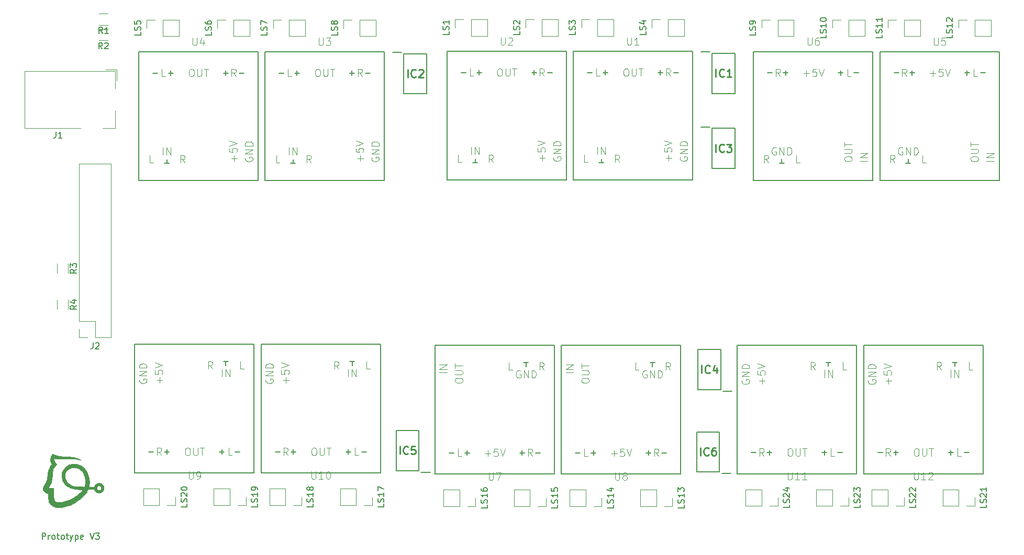
<source format=gbr>
%TF.GenerationSoftware,KiCad,Pcbnew,(5.1.9-0-10_14)*%
%TF.CreationDate,2021-06-18T00:48:09+02:00*%
%TF.ProjectId,V3,56332e6b-6963-4616-945f-706362585858,rev?*%
%TF.SameCoordinates,Original*%
%TF.FileFunction,Legend,Top*%
%TF.FilePolarity,Positive*%
%FSLAX46Y46*%
G04 Gerber Fmt 4.6, Leading zero omitted, Abs format (unit mm)*
G04 Created by KiCad (PCBNEW (5.1.9-0-10_14)) date 2021-06-18 00:48:09*
%MOMM*%
%LPD*%
G01*
G04 APERTURE LIST*
%ADD10C,0.150000*%
%ADD11C,0.010000*%
%ADD12C,0.120000*%
%ADD13C,0.127000*%
%ADD14C,0.200000*%
%ADD15C,0.101600*%
%ADD16C,0.254000*%
G04 APERTURE END LIST*
D10*
X90523809Y-141852380D02*
X90523809Y-140852380D01*
X90904761Y-140852380D01*
X91000000Y-140900000D01*
X91047619Y-140947619D01*
X91095238Y-141042857D01*
X91095238Y-141185714D01*
X91047619Y-141280952D01*
X91000000Y-141328571D01*
X90904761Y-141376190D01*
X90523809Y-141376190D01*
X91523809Y-141852380D02*
X91523809Y-141185714D01*
X91523809Y-141376190D02*
X91571428Y-141280952D01*
X91619047Y-141233333D01*
X91714285Y-141185714D01*
X91809523Y-141185714D01*
X92285714Y-141852380D02*
X92190476Y-141804761D01*
X92142857Y-141757142D01*
X92095238Y-141661904D01*
X92095238Y-141376190D01*
X92142857Y-141280952D01*
X92190476Y-141233333D01*
X92285714Y-141185714D01*
X92428571Y-141185714D01*
X92523809Y-141233333D01*
X92571428Y-141280952D01*
X92619047Y-141376190D01*
X92619047Y-141661904D01*
X92571428Y-141757142D01*
X92523809Y-141804761D01*
X92428571Y-141852380D01*
X92285714Y-141852380D01*
X92904761Y-141185714D02*
X93285714Y-141185714D01*
X93047619Y-140852380D02*
X93047619Y-141709523D01*
X93095238Y-141804761D01*
X93190476Y-141852380D01*
X93285714Y-141852380D01*
X93761904Y-141852380D02*
X93666666Y-141804761D01*
X93619047Y-141757142D01*
X93571428Y-141661904D01*
X93571428Y-141376190D01*
X93619047Y-141280952D01*
X93666666Y-141233333D01*
X93761904Y-141185714D01*
X93904761Y-141185714D01*
X94000000Y-141233333D01*
X94047619Y-141280952D01*
X94095238Y-141376190D01*
X94095238Y-141661904D01*
X94047619Y-141757142D01*
X94000000Y-141804761D01*
X93904761Y-141852380D01*
X93761904Y-141852380D01*
X94380952Y-141185714D02*
X94761904Y-141185714D01*
X94523809Y-140852380D02*
X94523809Y-141709523D01*
X94571428Y-141804761D01*
X94666666Y-141852380D01*
X94761904Y-141852380D01*
X95000000Y-141185714D02*
X95238095Y-141852380D01*
X95476190Y-141185714D02*
X95238095Y-141852380D01*
X95142857Y-142090476D01*
X95095238Y-142138095D01*
X95000000Y-142185714D01*
X95857142Y-141185714D02*
X95857142Y-142185714D01*
X95857142Y-141233333D02*
X95952380Y-141185714D01*
X96142857Y-141185714D01*
X96238095Y-141233333D01*
X96285714Y-141280952D01*
X96333333Y-141376190D01*
X96333333Y-141661904D01*
X96285714Y-141757142D01*
X96238095Y-141804761D01*
X96142857Y-141852380D01*
X95952380Y-141852380D01*
X95857142Y-141804761D01*
X97142857Y-141804761D02*
X97047619Y-141852380D01*
X96857142Y-141852380D01*
X96761904Y-141804761D01*
X96714285Y-141709523D01*
X96714285Y-141328571D01*
X96761904Y-141233333D01*
X96857142Y-141185714D01*
X97047619Y-141185714D01*
X97142857Y-141233333D01*
X97190476Y-141328571D01*
X97190476Y-141423809D01*
X96714285Y-141519047D01*
X98238095Y-140852380D02*
X98571428Y-141852380D01*
X98904761Y-140852380D01*
X99142857Y-140852380D02*
X99761904Y-140852380D01*
X99428571Y-141233333D01*
X99571428Y-141233333D01*
X99666666Y-141280952D01*
X99714285Y-141328571D01*
X99761904Y-141423809D01*
X99761904Y-141661904D01*
X99714285Y-141757142D01*
X99666666Y-141804761D01*
X99571428Y-141852380D01*
X99285714Y-141852380D01*
X99190476Y-141804761D01*
X99142857Y-141757142D01*
D11*
%TO.C,*%
G36*
X92215344Y-128035545D02*
G01*
X92246039Y-128051339D01*
X92286840Y-128073912D01*
X92299048Y-128080900D01*
X92457351Y-128161795D01*
X92636698Y-128234696D01*
X92833710Y-128298585D01*
X93045008Y-128352445D01*
X93267213Y-128395257D01*
X93412450Y-128416246D01*
X93509496Y-128427456D01*
X93613913Y-128437411D01*
X93728814Y-128446310D01*
X93857313Y-128454354D01*
X94002524Y-128461740D01*
X94167558Y-128468668D01*
X94314150Y-128473954D01*
X94568903Y-128483869D01*
X94800455Y-128495729D01*
X95010956Y-128509914D01*
X95202558Y-128526804D01*
X95377410Y-128546779D01*
X95537664Y-128570217D01*
X95685470Y-128597499D01*
X95822978Y-128629005D01*
X95952339Y-128665112D01*
X96075704Y-128706202D01*
X96195223Y-128752654D01*
X96313047Y-128804847D01*
X96384250Y-128839289D01*
X96430331Y-128863421D01*
X96483539Y-128893131D01*
X96539490Y-128925735D01*
X96593802Y-128958552D01*
X96642092Y-128988900D01*
X96679977Y-129014096D01*
X96703075Y-129031460D01*
X96708100Y-129037466D01*
X96696836Y-129035954D01*
X96666291Y-129027927D01*
X96621334Y-129014745D01*
X96574966Y-129000353D01*
X96424086Y-128955521D01*
X96271619Y-128916624D01*
X96115561Y-128883535D01*
X95953906Y-128856126D01*
X95784650Y-128834271D01*
X95605785Y-128817841D01*
X95415309Y-128806710D01*
X95211214Y-128800750D01*
X94991497Y-128799833D01*
X94754151Y-128803833D01*
X94497172Y-128812622D01*
X94218555Y-128826073D01*
X94015700Y-128837818D01*
X93874114Y-128845514D01*
X93729259Y-128851576D01*
X93584590Y-128855982D01*
X93443559Y-128858713D01*
X93309620Y-128859747D01*
X93186228Y-128859065D01*
X93076837Y-128856644D01*
X92984899Y-128852465D01*
X92913870Y-128846507D01*
X92898100Y-128844503D01*
X92811376Y-128831027D01*
X92723485Y-128815080D01*
X92640188Y-128797895D01*
X92567247Y-128780706D01*
X92510427Y-128764744D01*
X92487263Y-128756589D01*
X92454817Y-128745243D01*
X92437200Y-128745043D01*
X92427133Y-128754791D01*
X92420214Y-128779893D01*
X92416669Y-128823221D01*
X92416330Y-128877850D01*
X92419028Y-128936854D01*
X92424596Y-128993308D01*
X92432864Y-129040286D01*
X92434198Y-129045600D01*
X92472045Y-129152240D01*
X92530329Y-129266027D01*
X92606590Y-129383114D01*
X92698369Y-129499654D01*
X92784210Y-129592850D01*
X92879871Y-129689714D01*
X92780055Y-129794893D01*
X92618013Y-129980779D01*
X92480668Y-130171182D01*
X92367580Y-130366966D01*
X92278311Y-130568996D01*
X92212420Y-130778137D01*
X92169469Y-130995254D01*
X92169192Y-130997199D01*
X92161367Y-131054505D01*
X92154765Y-131108808D01*
X92149123Y-131163868D01*
X92144179Y-131223444D01*
X92139670Y-131291295D01*
X92135335Y-131371181D01*
X92130910Y-131466861D01*
X92126133Y-131582096D01*
X92123250Y-131655450D01*
X92116606Y-131806189D01*
X92108924Y-131935679D01*
X92099640Y-132048067D01*
X92088194Y-132147498D01*
X92074023Y-132238120D01*
X92056563Y-132324079D01*
X92035255Y-132409522D01*
X92009534Y-132498594D01*
X92008427Y-132502220D01*
X91956610Y-132653181D01*
X91894828Y-132796727D01*
X91818546Y-132943136D01*
X91798165Y-132978828D01*
X91773718Y-133022542D01*
X91743530Y-133078880D01*
X91709526Y-133143987D01*
X91673635Y-133214008D01*
X91637783Y-133285089D01*
X91603898Y-133353373D01*
X91573907Y-133415008D01*
X91549736Y-133466137D01*
X91533314Y-133502906D01*
X91526568Y-133521460D01*
X91526500Y-133522213D01*
X91538699Y-133523787D01*
X91573294Y-133525224D01*
X91627282Y-133526475D01*
X91697659Y-133527492D01*
X91781421Y-133528227D01*
X91875565Y-133528634D01*
X91933449Y-133528700D01*
X92340399Y-133528700D01*
X92336674Y-134249425D01*
X92335961Y-134419698D01*
X92335729Y-134566357D01*
X92336005Y-134691181D01*
X92336815Y-134795950D01*
X92338188Y-134882446D01*
X92340150Y-134952450D01*
X92342729Y-135007741D01*
X92345951Y-135050100D01*
X92349343Y-135078100D01*
X92380019Y-135243054D01*
X92418815Y-135385059D01*
X92466465Y-135505468D01*
X92523702Y-135605631D01*
X92591259Y-135686903D01*
X92669871Y-135750636D01*
X92733349Y-135786244D01*
X92806905Y-135818218D01*
X92877204Y-135841504D01*
X92951245Y-135857597D01*
X93036028Y-135867988D01*
X93138553Y-135874171D01*
X93147154Y-135874507D01*
X93247182Y-135876510D01*
X93342707Y-135874254D01*
X93439347Y-135867171D01*
X93542717Y-135854694D01*
X93658435Y-135836254D01*
X93792117Y-135811283D01*
X93812500Y-135807251D01*
X94187625Y-135719985D01*
X94553187Y-135609470D01*
X94908477Y-135476031D01*
X95252790Y-135319994D01*
X95585418Y-135141683D01*
X95905655Y-134941424D01*
X96212794Y-134719541D01*
X96262341Y-134680734D01*
X96339208Y-134616677D01*
X96427222Y-134538022D01*
X96522389Y-134448776D01*
X96620717Y-134352948D01*
X96718214Y-134254546D01*
X96810885Y-134157578D01*
X96894739Y-134066053D01*
X96965781Y-133983979D01*
X97005131Y-133935100D01*
X97117882Y-133789050D01*
X96681216Y-133780940D01*
X96465938Y-133775278D01*
X96272133Y-133766410D01*
X96096022Y-133753851D01*
X95933825Y-133737116D01*
X95781761Y-133715722D01*
X95636052Y-133689182D01*
X95492915Y-133657013D01*
X95348573Y-133618730D01*
X95295049Y-133603199D01*
X95240108Y-133584362D01*
X99325091Y-133584362D01*
X99328339Y-133624705D01*
X99338656Y-133662315D01*
X99356589Y-133705424D01*
X99401797Y-133781428D01*
X99461504Y-133844860D01*
X99530205Y-133890332D01*
X99557017Y-133901603D01*
X99597948Y-133911545D01*
X99651751Y-133918729D01*
X99700096Y-133921397D01*
X99755624Y-133919980D01*
X99798995Y-133912302D01*
X99843231Y-133895425D01*
X99867862Y-133883563D01*
X99949715Y-133830817D01*
X100010185Y-133764668D01*
X100049856Y-133684218D01*
X100069316Y-133588569D01*
X100070510Y-133573150D01*
X100071552Y-133511790D01*
X100064473Y-133461403D01*
X100048887Y-133412154D01*
X100006103Y-133331904D01*
X99946627Y-133267158D01*
X99874448Y-133218818D01*
X99793552Y-133187784D01*
X99707928Y-133174955D01*
X99621564Y-133181231D01*
X99538447Y-133207514D01*
X99462565Y-133254702D01*
X99440087Y-133274728D01*
X99385203Y-133338325D01*
X99349978Y-133406313D01*
X99331152Y-133486050D01*
X99327019Y-133530059D01*
X99325091Y-133584362D01*
X95240108Y-133584362D01*
X95063813Y-133523919D01*
X94845859Y-133427466D01*
X94642934Y-133314979D01*
X94456787Y-133187599D01*
X94289165Y-133046464D01*
X94141816Y-132892716D01*
X94071583Y-132805235D01*
X94018538Y-132727425D01*
X93962358Y-132632543D01*
X93906810Y-132527959D01*
X93855660Y-132421045D01*
X93812674Y-132319173D01*
X93787829Y-132249803D01*
X93740733Y-132077750D01*
X93706304Y-131896035D01*
X93684893Y-131710234D01*
X93681118Y-131623700D01*
X94175835Y-131623700D01*
X94176102Y-131709604D01*
X94177296Y-131775738D01*
X94179949Y-131827727D01*
X94184592Y-131871199D01*
X94191758Y-131911780D01*
X94201979Y-131955095D01*
X94210044Y-131985650D01*
X94264141Y-132144735D01*
X94339417Y-132304170D01*
X94432396Y-132458211D01*
X94539601Y-132601113D01*
X94657553Y-132727129D01*
X94660593Y-132729998D01*
X94838087Y-132879969D01*
X95029122Y-133008618D01*
X95233880Y-133116031D01*
X95452541Y-133202291D01*
X95685286Y-133267483D01*
X95893695Y-133306303D01*
X95962443Y-133315901D01*
X96028454Y-133323931D01*
X96094880Y-133330538D01*
X96164875Y-133335867D01*
X96241592Y-133340064D01*
X96328184Y-133343273D01*
X96427803Y-133345639D01*
X96543603Y-133347308D01*
X96678737Y-133348425D01*
X96823447Y-133349092D01*
X97351545Y-133350900D01*
X97392049Y-133220725D01*
X97418333Y-133132356D01*
X97438468Y-133053775D01*
X97453410Y-132978647D01*
X97464113Y-132900635D01*
X97471532Y-132813402D01*
X97476620Y-132710611D01*
X97478776Y-132645017D01*
X97478789Y-132406844D01*
X97463973Y-132183872D01*
X97433502Y-131970110D01*
X97386551Y-131759567D01*
X97330811Y-131571792D01*
X97246125Y-131347070D01*
X97146779Y-131142187D01*
X97033072Y-130957440D01*
X96905304Y-130793127D01*
X96763773Y-130649547D01*
X96608779Y-130526996D01*
X96440620Y-130425772D01*
X96259595Y-130346174D01*
X96066004Y-130288498D01*
X96035000Y-130281563D01*
X95960447Y-130269936D01*
X95866990Y-130262011D01*
X95760843Y-130257736D01*
X95648222Y-130257060D01*
X95535342Y-130259933D01*
X95428421Y-130266303D01*
X95333673Y-130276119D01*
X95263682Y-130287914D01*
X95072203Y-130339481D01*
X94899783Y-130407607D01*
X94745828Y-130492857D01*
X94609742Y-130595794D01*
X94490931Y-130716981D01*
X94388800Y-130856982D01*
X94302754Y-131016361D01*
X94232197Y-131195680D01*
X94202509Y-131293108D01*
X94192612Y-131332265D01*
X94185451Y-131371250D01*
X94180609Y-131415228D01*
X94177671Y-131469363D01*
X94176218Y-131538819D01*
X94175835Y-131623700D01*
X93681118Y-131623700D01*
X93676851Y-131525925D01*
X93682529Y-131348685D01*
X93702281Y-131184089D01*
X93716234Y-131113955D01*
X93773270Y-130919871D01*
X93853243Y-130733648D01*
X93954470Y-130556905D01*
X94075269Y-130391258D01*
X94213956Y-130238325D01*
X94368849Y-130099723D01*
X94538264Y-129977069D01*
X94720519Y-129871981D01*
X94913931Y-129786075D01*
X95116816Y-129720968D01*
X95182454Y-129705018D01*
X95251458Y-129692664D01*
X95339261Y-129681666D01*
X95439278Y-129672450D01*
X95544924Y-129665446D01*
X95649616Y-129661079D01*
X95746770Y-129659777D01*
X95829800Y-129661968D01*
X95838150Y-129662463D01*
X96078083Y-129689637D01*
X96308129Y-129739946D01*
X96527800Y-129813216D01*
X96736609Y-129909274D01*
X96934065Y-130027946D01*
X97003043Y-130076735D01*
X97072698Y-130132003D01*
X97152185Y-130201459D01*
X97235552Y-130279389D01*
X97316849Y-130360080D01*
X97390124Y-130437818D01*
X97443655Y-130499750D01*
X97600353Y-130711791D01*
X97738421Y-130940358D01*
X97857375Y-131184205D01*
X97956735Y-131442089D01*
X98036019Y-131712764D01*
X98094744Y-131994986D01*
X98131356Y-132275894D01*
X98137028Y-132360818D01*
X98140188Y-132462943D01*
X98140972Y-132576334D01*
X98139514Y-132695056D01*
X98135949Y-132813172D01*
X98130413Y-132924747D01*
X98123039Y-133023845D01*
X98113964Y-133104532D01*
X98112268Y-133115950D01*
X98102825Y-133176878D01*
X98093907Y-133234694D01*
X98086860Y-133280664D01*
X98084391Y-133296925D01*
X98076247Y-133350900D01*
X98926579Y-133350900D01*
X98942515Y-133296925D01*
X98982237Y-133199745D01*
X99042053Y-133102305D01*
X99117295Y-133010013D01*
X99203297Y-132928276D01*
X99295390Y-132862501D01*
X99337000Y-132839834D01*
X99446824Y-132793675D01*
X99553130Y-132766451D01*
X99665556Y-132756170D01*
X99737050Y-132757171D01*
X99878821Y-132775256D01*
X100009854Y-132816331D01*
X100130424Y-132880527D01*
X100240810Y-132967975D01*
X100288785Y-133016634D01*
X100373137Y-133127094D01*
X100435723Y-133249762D01*
X100475712Y-133382463D01*
X100492271Y-133523019D01*
X100492699Y-133550089D01*
X100482090Y-133689636D01*
X100449659Y-133817330D01*
X100394501Y-133935330D01*
X100315710Y-134045792D01*
X100258938Y-134107145D01*
X100151298Y-134200631D01*
X100039714Y-134269923D01*
X99921416Y-134316198D01*
X99793635Y-134340635D01*
X99698950Y-134345380D01*
X99563546Y-134335576D01*
X99440080Y-134305297D01*
X99325534Y-134253244D01*
X99216893Y-134178118D01*
X99133513Y-134101860D01*
X99081778Y-134047689D01*
X99043911Y-134002656D01*
X99014548Y-133959307D01*
X98988324Y-133910186D01*
X98974763Y-133881241D01*
X98924250Y-133770233D01*
X98427811Y-133770116D01*
X97931373Y-133770000D01*
X97855041Y-133925787D01*
X97753563Y-134112626D01*
X97631403Y-134300675D01*
X97487588Y-134491218D01*
X97321146Y-134685543D01*
X97131105Y-134884937D01*
X97127872Y-134888170D01*
X96882094Y-135120396D01*
X96621600Y-135341157D01*
X96348511Y-135549374D01*
X96064946Y-135743970D01*
X95773022Y-135923866D01*
X95474860Y-136087983D01*
X95172578Y-136235244D01*
X94868295Y-136364570D01*
X94564131Y-136474883D01*
X94262203Y-136565104D01*
X93964632Y-136634156D01*
X93673536Y-136680959D01*
X93585729Y-136690704D01*
X93500927Y-136696837D01*
X93401123Y-136700485D01*
X93294167Y-136701665D01*
X93187907Y-136700392D01*
X93090190Y-136696682D01*
X93008867Y-136690549D01*
X92999700Y-136689551D01*
X92775155Y-136653608D01*
X92566161Y-136598381D01*
X92370939Y-136523152D01*
X92187709Y-136427204D01*
X92014690Y-136309823D01*
X91970715Y-136275347D01*
X91857259Y-136168659D01*
X91759887Y-136044308D01*
X91678178Y-135901518D01*
X91611712Y-135739514D01*
X91560068Y-135557521D01*
X91546348Y-135493655D01*
X91529021Y-135400152D01*
X91515290Y-135309534D01*
X91504807Y-135217173D01*
X91497224Y-135118440D01*
X91492195Y-135008706D01*
X91489372Y-134883342D01*
X91488407Y-134737719D01*
X91488400Y-134721632D01*
X91488400Y-134382275D01*
X91383625Y-134382625D01*
X91320606Y-134380003D01*
X91254589Y-134372781D01*
X91199479Y-134362498D01*
X91197733Y-134362054D01*
X91076276Y-134318122D01*
X90963346Y-134252738D01*
X90862130Y-134169065D01*
X90775813Y-134070266D01*
X90707580Y-133959504D01*
X90660618Y-133839942D01*
X90656411Y-133824569D01*
X90644258Y-133755695D01*
X90638531Y-133674003D01*
X90639388Y-133590524D01*
X90646989Y-133516294D01*
X90651621Y-133493048D01*
X90669371Y-133437476D01*
X90700195Y-133363513D01*
X90742812Y-133273721D01*
X90795945Y-133170665D01*
X90858313Y-133056908D01*
X90928636Y-132935015D01*
X90938062Y-132919100D01*
X91005867Y-132804305D01*
X91061955Y-132707742D01*
X91108079Y-132626110D01*
X91145991Y-132556107D01*
X91177443Y-132494431D01*
X91204189Y-132437779D01*
X91227980Y-132382850D01*
X91244762Y-132341250D01*
X91266144Y-132285649D01*
X91283319Y-132236930D01*
X91297110Y-132190773D01*
X91308341Y-132142855D01*
X91317835Y-132088857D01*
X91326413Y-132024457D01*
X91334900Y-131945334D01*
X91344117Y-131847167D01*
X91348765Y-131795150D01*
X91357575Y-131697825D01*
X91367097Y-131596243D01*
X91376648Y-131497459D01*
X91385543Y-131408527D01*
X91393098Y-131336501D01*
X91394332Y-131325250D01*
X91421663Y-131117718D01*
X91456739Y-130925497D01*
X91501150Y-130744298D01*
X91556481Y-130569834D01*
X91624321Y-130397815D01*
X91706255Y-130223954D01*
X91803872Y-130043963D01*
X91918758Y-129853552D01*
X91967001Y-129777993D01*
X92047786Y-129653137D01*
X92003694Y-129580554D01*
X91947024Y-129471617D01*
X91899327Y-129348913D01*
X91864891Y-129223639D01*
X91862346Y-129211423D01*
X91849742Y-129118955D01*
X91844763Y-129011126D01*
X91847068Y-128896573D01*
X91856315Y-128783934D01*
X91872162Y-128681849D01*
X91885479Y-128626500D01*
X91938252Y-128469591D01*
X92002530Y-128324521D01*
X92050718Y-128237259D01*
X92088871Y-128176278D01*
X92125475Y-128121309D01*
X92157814Y-128076111D01*
X92183175Y-128044445D01*
X92198842Y-128030069D01*
X92200637Y-128029599D01*
X92215344Y-128035545D01*
G37*
X92215344Y-128035545D02*
X92246039Y-128051339D01*
X92286840Y-128073912D01*
X92299048Y-128080900D01*
X92457351Y-128161795D01*
X92636698Y-128234696D01*
X92833710Y-128298585D01*
X93045008Y-128352445D01*
X93267213Y-128395257D01*
X93412450Y-128416246D01*
X93509496Y-128427456D01*
X93613913Y-128437411D01*
X93728814Y-128446310D01*
X93857313Y-128454354D01*
X94002524Y-128461740D01*
X94167558Y-128468668D01*
X94314150Y-128473954D01*
X94568903Y-128483869D01*
X94800455Y-128495729D01*
X95010956Y-128509914D01*
X95202558Y-128526804D01*
X95377410Y-128546779D01*
X95537664Y-128570217D01*
X95685470Y-128597499D01*
X95822978Y-128629005D01*
X95952339Y-128665112D01*
X96075704Y-128706202D01*
X96195223Y-128752654D01*
X96313047Y-128804847D01*
X96384250Y-128839289D01*
X96430331Y-128863421D01*
X96483539Y-128893131D01*
X96539490Y-128925735D01*
X96593802Y-128958552D01*
X96642092Y-128988900D01*
X96679977Y-129014096D01*
X96703075Y-129031460D01*
X96708100Y-129037466D01*
X96696836Y-129035954D01*
X96666291Y-129027927D01*
X96621334Y-129014745D01*
X96574966Y-129000353D01*
X96424086Y-128955521D01*
X96271619Y-128916624D01*
X96115561Y-128883535D01*
X95953906Y-128856126D01*
X95784650Y-128834271D01*
X95605785Y-128817841D01*
X95415309Y-128806710D01*
X95211214Y-128800750D01*
X94991497Y-128799833D01*
X94754151Y-128803833D01*
X94497172Y-128812622D01*
X94218555Y-128826073D01*
X94015700Y-128837818D01*
X93874114Y-128845514D01*
X93729259Y-128851576D01*
X93584590Y-128855982D01*
X93443559Y-128858713D01*
X93309620Y-128859747D01*
X93186228Y-128859065D01*
X93076837Y-128856644D01*
X92984899Y-128852465D01*
X92913870Y-128846507D01*
X92898100Y-128844503D01*
X92811376Y-128831027D01*
X92723485Y-128815080D01*
X92640188Y-128797895D01*
X92567247Y-128780706D01*
X92510427Y-128764744D01*
X92487263Y-128756589D01*
X92454817Y-128745243D01*
X92437200Y-128745043D01*
X92427133Y-128754791D01*
X92420214Y-128779893D01*
X92416669Y-128823221D01*
X92416330Y-128877850D01*
X92419028Y-128936854D01*
X92424596Y-128993308D01*
X92432864Y-129040286D01*
X92434198Y-129045600D01*
X92472045Y-129152240D01*
X92530329Y-129266027D01*
X92606590Y-129383114D01*
X92698369Y-129499654D01*
X92784210Y-129592850D01*
X92879871Y-129689714D01*
X92780055Y-129794893D01*
X92618013Y-129980779D01*
X92480668Y-130171182D01*
X92367580Y-130366966D01*
X92278311Y-130568996D01*
X92212420Y-130778137D01*
X92169469Y-130995254D01*
X92169192Y-130997199D01*
X92161367Y-131054505D01*
X92154765Y-131108808D01*
X92149123Y-131163868D01*
X92144179Y-131223444D01*
X92139670Y-131291295D01*
X92135335Y-131371181D01*
X92130910Y-131466861D01*
X92126133Y-131582096D01*
X92123250Y-131655450D01*
X92116606Y-131806189D01*
X92108924Y-131935679D01*
X92099640Y-132048067D01*
X92088194Y-132147498D01*
X92074023Y-132238120D01*
X92056563Y-132324079D01*
X92035255Y-132409522D01*
X92009534Y-132498594D01*
X92008427Y-132502220D01*
X91956610Y-132653181D01*
X91894828Y-132796727D01*
X91818546Y-132943136D01*
X91798165Y-132978828D01*
X91773718Y-133022542D01*
X91743530Y-133078880D01*
X91709526Y-133143987D01*
X91673635Y-133214008D01*
X91637783Y-133285089D01*
X91603898Y-133353373D01*
X91573907Y-133415008D01*
X91549736Y-133466137D01*
X91533314Y-133502906D01*
X91526568Y-133521460D01*
X91526500Y-133522213D01*
X91538699Y-133523787D01*
X91573294Y-133525224D01*
X91627282Y-133526475D01*
X91697659Y-133527492D01*
X91781421Y-133528227D01*
X91875565Y-133528634D01*
X91933449Y-133528700D01*
X92340399Y-133528700D01*
X92336674Y-134249425D01*
X92335961Y-134419698D01*
X92335729Y-134566357D01*
X92336005Y-134691181D01*
X92336815Y-134795950D01*
X92338188Y-134882446D01*
X92340150Y-134952450D01*
X92342729Y-135007741D01*
X92345951Y-135050100D01*
X92349343Y-135078100D01*
X92380019Y-135243054D01*
X92418815Y-135385059D01*
X92466465Y-135505468D01*
X92523702Y-135605631D01*
X92591259Y-135686903D01*
X92669871Y-135750636D01*
X92733349Y-135786244D01*
X92806905Y-135818218D01*
X92877204Y-135841504D01*
X92951245Y-135857597D01*
X93036028Y-135867988D01*
X93138553Y-135874171D01*
X93147154Y-135874507D01*
X93247182Y-135876510D01*
X93342707Y-135874254D01*
X93439347Y-135867171D01*
X93542717Y-135854694D01*
X93658435Y-135836254D01*
X93792117Y-135811283D01*
X93812500Y-135807251D01*
X94187625Y-135719985D01*
X94553187Y-135609470D01*
X94908477Y-135476031D01*
X95252790Y-135319994D01*
X95585418Y-135141683D01*
X95905655Y-134941424D01*
X96212794Y-134719541D01*
X96262341Y-134680734D01*
X96339208Y-134616677D01*
X96427222Y-134538022D01*
X96522389Y-134448776D01*
X96620717Y-134352948D01*
X96718214Y-134254546D01*
X96810885Y-134157578D01*
X96894739Y-134066053D01*
X96965781Y-133983979D01*
X97005131Y-133935100D01*
X97117882Y-133789050D01*
X96681216Y-133780940D01*
X96465938Y-133775278D01*
X96272133Y-133766410D01*
X96096022Y-133753851D01*
X95933825Y-133737116D01*
X95781761Y-133715722D01*
X95636052Y-133689182D01*
X95492915Y-133657013D01*
X95348573Y-133618730D01*
X95295049Y-133603199D01*
X95240108Y-133584362D01*
X99325091Y-133584362D01*
X99328339Y-133624705D01*
X99338656Y-133662315D01*
X99356589Y-133705424D01*
X99401797Y-133781428D01*
X99461504Y-133844860D01*
X99530205Y-133890332D01*
X99557017Y-133901603D01*
X99597948Y-133911545D01*
X99651751Y-133918729D01*
X99700096Y-133921397D01*
X99755624Y-133919980D01*
X99798995Y-133912302D01*
X99843231Y-133895425D01*
X99867862Y-133883563D01*
X99949715Y-133830817D01*
X100010185Y-133764668D01*
X100049856Y-133684218D01*
X100069316Y-133588569D01*
X100070510Y-133573150D01*
X100071552Y-133511790D01*
X100064473Y-133461403D01*
X100048887Y-133412154D01*
X100006103Y-133331904D01*
X99946627Y-133267158D01*
X99874448Y-133218818D01*
X99793552Y-133187784D01*
X99707928Y-133174955D01*
X99621564Y-133181231D01*
X99538447Y-133207514D01*
X99462565Y-133254702D01*
X99440087Y-133274728D01*
X99385203Y-133338325D01*
X99349978Y-133406313D01*
X99331152Y-133486050D01*
X99327019Y-133530059D01*
X99325091Y-133584362D01*
X95240108Y-133584362D01*
X95063813Y-133523919D01*
X94845859Y-133427466D01*
X94642934Y-133314979D01*
X94456787Y-133187599D01*
X94289165Y-133046464D01*
X94141816Y-132892716D01*
X94071583Y-132805235D01*
X94018538Y-132727425D01*
X93962358Y-132632543D01*
X93906810Y-132527959D01*
X93855660Y-132421045D01*
X93812674Y-132319173D01*
X93787829Y-132249803D01*
X93740733Y-132077750D01*
X93706304Y-131896035D01*
X93684893Y-131710234D01*
X93681118Y-131623700D01*
X94175835Y-131623700D01*
X94176102Y-131709604D01*
X94177296Y-131775738D01*
X94179949Y-131827727D01*
X94184592Y-131871199D01*
X94191758Y-131911780D01*
X94201979Y-131955095D01*
X94210044Y-131985650D01*
X94264141Y-132144735D01*
X94339417Y-132304170D01*
X94432396Y-132458211D01*
X94539601Y-132601113D01*
X94657553Y-132727129D01*
X94660593Y-132729998D01*
X94838087Y-132879969D01*
X95029122Y-133008618D01*
X95233880Y-133116031D01*
X95452541Y-133202291D01*
X95685286Y-133267483D01*
X95893695Y-133306303D01*
X95962443Y-133315901D01*
X96028454Y-133323931D01*
X96094880Y-133330538D01*
X96164875Y-133335867D01*
X96241592Y-133340064D01*
X96328184Y-133343273D01*
X96427803Y-133345639D01*
X96543603Y-133347308D01*
X96678737Y-133348425D01*
X96823447Y-133349092D01*
X97351545Y-133350900D01*
X97392049Y-133220725D01*
X97418333Y-133132356D01*
X97438468Y-133053775D01*
X97453410Y-132978647D01*
X97464113Y-132900635D01*
X97471532Y-132813402D01*
X97476620Y-132710611D01*
X97478776Y-132645017D01*
X97478789Y-132406844D01*
X97463973Y-132183872D01*
X97433502Y-131970110D01*
X97386551Y-131759567D01*
X97330811Y-131571792D01*
X97246125Y-131347070D01*
X97146779Y-131142187D01*
X97033072Y-130957440D01*
X96905304Y-130793127D01*
X96763773Y-130649547D01*
X96608779Y-130526996D01*
X96440620Y-130425772D01*
X96259595Y-130346174D01*
X96066004Y-130288498D01*
X96035000Y-130281563D01*
X95960447Y-130269936D01*
X95866990Y-130262011D01*
X95760843Y-130257736D01*
X95648222Y-130257060D01*
X95535342Y-130259933D01*
X95428421Y-130266303D01*
X95333673Y-130276119D01*
X95263682Y-130287914D01*
X95072203Y-130339481D01*
X94899783Y-130407607D01*
X94745828Y-130492857D01*
X94609742Y-130595794D01*
X94490931Y-130716981D01*
X94388800Y-130856982D01*
X94302754Y-131016361D01*
X94232197Y-131195680D01*
X94202509Y-131293108D01*
X94192612Y-131332265D01*
X94185451Y-131371250D01*
X94180609Y-131415228D01*
X94177671Y-131469363D01*
X94176218Y-131538819D01*
X94175835Y-131623700D01*
X93681118Y-131623700D01*
X93676851Y-131525925D01*
X93682529Y-131348685D01*
X93702281Y-131184089D01*
X93716234Y-131113955D01*
X93773270Y-130919871D01*
X93853243Y-130733648D01*
X93954470Y-130556905D01*
X94075269Y-130391258D01*
X94213956Y-130238325D01*
X94368849Y-130099723D01*
X94538264Y-129977069D01*
X94720519Y-129871981D01*
X94913931Y-129786075D01*
X95116816Y-129720968D01*
X95182454Y-129705018D01*
X95251458Y-129692664D01*
X95339261Y-129681666D01*
X95439278Y-129672450D01*
X95544924Y-129665446D01*
X95649616Y-129661079D01*
X95746770Y-129659777D01*
X95829800Y-129661968D01*
X95838150Y-129662463D01*
X96078083Y-129689637D01*
X96308129Y-129739946D01*
X96527800Y-129813216D01*
X96736609Y-129909274D01*
X96934065Y-130027946D01*
X97003043Y-130076735D01*
X97072698Y-130132003D01*
X97152185Y-130201459D01*
X97235552Y-130279389D01*
X97316849Y-130360080D01*
X97390124Y-130437818D01*
X97443655Y-130499750D01*
X97600353Y-130711791D01*
X97738421Y-130940358D01*
X97857375Y-131184205D01*
X97956735Y-131442089D01*
X98036019Y-131712764D01*
X98094744Y-131994986D01*
X98131356Y-132275894D01*
X98137028Y-132360818D01*
X98140188Y-132462943D01*
X98140972Y-132576334D01*
X98139514Y-132695056D01*
X98135949Y-132813172D01*
X98130413Y-132924747D01*
X98123039Y-133023845D01*
X98113964Y-133104532D01*
X98112268Y-133115950D01*
X98102825Y-133176878D01*
X98093907Y-133234694D01*
X98086860Y-133280664D01*
X98084391Y-133296925D01*
X98076247Y-133350900D01*
X98926579Y-133350900D01*
X98942515Y-133296925D01*
X98982237Y-133199745D01*
X99042053Y-133102305D01*
X99117295Y-133010013D01*
X99203297Y-132928276D01*
X99295390Y-132862501D01*
X99337000Y-132839834D01*
X99446824Y-132793675D01*
X99553130Y-132766451D01*
X99665556Y-132756170D01*
X99737050Y-132757171D01*
X99878821Y-132775256D01*
X100009854Y-132816331D01*
X100130424Y-132880527D01*
X100240810Y-132967975D01*
X100288785Y-133016634D01*
X100373137Y-133127094D01*
X100435723Y-133249762D01*
X100475712Y-133382463D01*
X100492271Y-133523019D01*
X100492699Y-133550089D01*
X100482090Y-133689636D01*
X100449659Y-133817330D01*
X100394501Y-133935330D01*
X100315710Y-134045792D01*
X100258938Y-134107145D01*
X100151298Y-134200631D01*
X100039714Y-134269923D01*
X99921416Y-134316198D01*
X99793635Y-134340635D01*
X99698950Y-134345380D01*
X99563546Y-134335576D01*
X99440080Y-134305297D01*
X99325534Y-134253244D01*
X99216893Y-134178118D01*
X99133513Y-134101860D01*
X99081778Y-134047689D01*
X99043911Y-134002656D01*
X99014548Y-133959307D01*
X98988324Y-133910186D01*
X98974763Y-133881241D01*
X98924250Y-133770233D01*
X98427811Y-133770116D01*
X97931373Y-133770000D01*
X97855041Y-133925787D01*
X97753563Y-134112626D01*
X97631403Y-134300675D01*
X97487588Y-134491218D01*
X97321146Y-134685543D01*
X97131105Y-134884937D01*
X97127872Y-134888170D01*
X96882094Y-135120396D01*
X96621600Y-135341157D01*
X96348511Y-135549374D01*
X96064946Y-135743970D01*
X95773022Y-135923866D01*
X95474860Y-136087983D01*
X95172578Y-136235244D01*
X94868295Y-136364570D01*
X94564131Y-136474883D01*
X94262203Y-136565104D01*
X93964632Y-136634156D01*
X93673536Y-136680959D01*
X93585729Y-136690704D01*
X93500927Y-136696837D01*
X93401123Y-136700485D01*
X93294167Y-136701665D01*
X93187907Y-136700392D01*
X93090190Y-136696682D01*
X93008867Y-136690549D01*
X92999700Y-136689551D01*
X92775155Y-136653608D01*
X92566161Y-136598381D01*
X92370939Y-136523152D01*
X92187709Y-136427204D01*
X92014690Y-136309823D01*
X91970715Y-136275347D01*
X91857259Y-136168659D01*
X91759887Y-136044308D01*
X91678178Y-135901518D01*
X91611712Y-135739514D01*
X91560068Y-135557521D01*
X91546348Y-135493655D01*
X91529021Y-135400152D01*
X91515290Y-135309534D01*
X91504807Y-135217173D01*
X91497224Y-135118440D01*
X91492195Y-135008706D01*
X91489372Y-134883342D01*
X91488407Y-134737719D01*
X91488400Y-134721632D01*
X91488400Y-134382275D01*
X91383625Y-134382625D01*
X91320606Y-134380003D01*
X91254589Y-134372781D01*
X91199479Y-134362498D01*
X91197733Y-134362054D01*
X91076276Y-134318122D01*
X90963346Y-134252738D01*
X90862130Y-134169065D01*
X90775813Y-134070266D01*
X90707580Y-133959504D01*
X90660618Y-133839942D01*
X90656411Y-133824569D01*
X90644258Y-133755695D01*
X90638531Y-133674003D01*
X90639388Y-133590524D01*
X90646989Y-133516294D01*
X90651621Y-133493048D01*
X90669371Y-133437476D01*
X90700195Y-133363513D01*
X90742812Y-133273721D01*
X90795945Y-133170665D01*
X90858313Y-133056908D01*
X90928636Y-132935015D01*
X90938062Y-132919100D01*
X91005867Y-132804305D01*
X91061955Y-132707742D01*
X91108079Y-132626110D01*
X91145991Y-132556107D01*
X91177443Y-132494431D01*
X91204189Y-132437779D01*
X91227980Y-132382850D01*
X91244762Y-132341250D01*
X91266144Y-132285649D01*
X91283319Y-132236930D01*
X91297110Y-132190773D01*
X91308341Y-132142855D01*
X91317835Y-132088857D01*
X91326413Y-132024457D01*
X91334900Y-131945334D01*
X91344117Y-131847167D01*
X91348765Y-131795150D01*
X91357575Y-131697825D01*
X91367097Y-131596243D01*
X91376648Y-131497459D01*
X91385543Y-131408527D01*
X91393098Y-131336501D01*
X91394332Y-131325250D01*
X91421663Y-131117718D01*
X91456739Y-130925497D01*
X91501150Y-130744298D01*
X91556481Y-130569834D01*
X91624321Y-130397815D01*
X91706255Y-130223954D01*
X91803872Y-130043963D01*
X91918758Y-129853552D01*
X91967001Y-129777993D01*
X92047786Y-129653137D01*
X92003694Y-129580554D01*
X91947024Y-129471617D01*
X91899327Y-129348913D01*
X91864891Y-129223639D01*
X91862346Y-129211423D01*
X91849742Y-129118955D01*
X91844763Y-129011126D01*
X91847068Y-128896573D01*
X91856315Y-128783934D01*
X91872162Y-128681849D01*
X91885479Y-128626500D01*
X91938252Y-128469591D01*
X92002530Y-128324521D01*
X92050718Y-128237259D01*
X92088871Y-128176278D01*
X92125475Y-128121309D01*
X92157814Y-128076111D01*
X92183175Y-128044445D01*
X92198842Y-128030069D01*
X92200637Y-128029599D01*
X92215344Y-128035545D01*
D12*
%TO.C,J2*%
X101670000Y-109150000D02*
X99070000Y-109150000D01*
X101670000Y-109150000D02*
X101670000Y-81090000D01*
X101670000Y-81090000D02*
X96470000Y-81090000D01*
X96470000Y-106550000D02*
X96470000Y-81090000D01*
X99070000Y-106550000D02*
X96470000Y-106550000D01*
X99070000Y-109150000D02*
X99070000Y-106550000D01*
X96470000Y-109150000D02*
X96470000Y-107820000D01*
X97800000Y-109150000D02*
X96470000Y-109150000D01*
%TO.C,R1*%
X101177064Y-58610000D02*
X99722936Y-58610000D01*
X101177064Y-56790000D02*
X99722936Y-56790000D01*
D13*
%TO.C,U3*%
X130724501Y-80997501D02*
X131486501Y-80997501D01*
X131105501Y-80362501D02*
X131105501Y-80997501D01*
X140630501Y-66011501D02*
X140630501Y-66773501D01*
X131740501Y-66011501D02*
X131740501Y-66773501D01*
X142789501Y-66392501D02*
X143551501Y-66392501D01*
X140249501Y-66392501D02*
X141011501Y-66392501D01*
X131359501Y-66392501D02*
X132121501Y-66392501D01*
X129581501Y-66392501D02*
X128819501Y-66392501D01*
X126533501Y-83791501D02*
X126533501Y-62963501D01*
X145837501Y-83791501D02*
X126533501Y-83791501D01*
X145837501Y-62963501D02*
X145837501Y-83791501D01*
X126533501Y-62963501D02*
X145837501Y-62963501D01*
%TO.C,U4*%
X106103501Y-62963501D02*
X125407501Y-62963501D01*
X125407501Y-62963501D02*
X125407501Y-83791501D01*
X125407501Y-83791501D02*
X106103501Y-83791501D01*
X106103501Y-83791501D02*
X106103501Y-62963501D01*
X109151501Y-66392501D02*
X108389501Y-66392501D01*
X110929501Y-66392501D02*
X111691501Y-66392501D01*
X119819501Y-66392501D02*
X120581501Y-66392501D01*
X122359501Y-66392501D02*
X123121501Y-66392501D01*
X111310501Y-66011501D02*
X111310501Y-66773501D01*
X120200501Y-66011501D02*
X120200501Y-66773501D01*
X110675501Y-80362501D02*
X110675501Y-80997501D01*
X110294501Y-80997501D02*
X111056501Y-80997501D01*
D12*
%TO.C,J1*%
X96700000Y-75300000D02*
X87700000Y-75300000D01*
X87700000Y-75300000D02*
X87700000Y-66100000D01*
X87700000Y-66100000D02*
X102300000Y-66100000D01*
X102300000Y-66100000D02*
X102300000Y-68900000D01*
X102300000Y-72500000D02*
X102300000Y-75300000D01*
X102300000Y-75300000D02*
X100300000Y-75300000D01*
X100800000Y-65860000D02*
X102540000Y-65860000D01*
X102540000Y-65860000D02*
X102540000Y-67600000D01*
D13*
%TO.C,U11*%
X218045499Y-113222499D02*
X217283499Y-113222499D01*
X217664499Y-113857499D02*
X217664499Y-113222499D01*
X208139499Y-128208499D02*
X208139499Y-127446499D01*
X217029499Y-128208499D02*
X217029499Y-127446499D01*
X205980499Y-127827499D02*
X205218499Y-127827499D01*
X208520499Y-127827499D02*
X207758499Y-127827499D01*
X217410499Y-127827499D02*
X216648499Y-127827499D01*
X219188499Y-127827499D02*
X219950499Y-127827499D01*
X222236499Y-110428499D02*
X222236499Y-131256499D01*
X202932499Y-110428499D02*
X222236499Y-110428499D01*
X202932499Y-131256499D02*
X202932499Y-110428499D01*
X222236499Y-131256499D02*
X202932499Y-131256499D01*
D14*
%TO.C,IC2*%
X149000001Y-63250001D02*
X152700001Y-63250001D01*
X152700001Y-63250001D02*
X152700001Y-69750001D01*
X152700001Y-69750001D02*
X149000001Y-69750001D01*
X149000001Y-69750001D02*
X149000001Y-63250001D01*
X147175001Y-63000001D02*
X148650001Y-63000001D01*
%TO.C,IC1*%
X197035001Y-62940001D02*
X198510001Y-62940001D01*
X198860001Y-69690001D02*
X198860001Y-63190001D01*
X202560001Y-69690001D02*
X198860001Y-69690001D01*
X202560001Y-63190001D02*
X202560001Y-69690001D01*
X198860001Y-63190001D02*
X202560001Y-63190001D01*
%TO.C,IC3*%
X198850000Y-75350000D02*
X202550000Y-75350000D01*
X202550000Y-75350000D02*
X202550000Y-81850000D01*
X202550000Y-81850000D02*
X198850000Y-81850000D01*
X198850000Y-81850000D02*
X198850000Y-75350000D01*
X197025000Y-75100000D02*
X198500000Y-75100000D01*
%TO.C,IC4*%
X202075000Y-117900000D02*
X200600000Y-117900000D01*
X200250000Y-111150000D02*
X200250000Y-117650000D01*
X196550000Y-111150000D02*
X200250000Y-111150000D01*
X196550000Y-117650000D02*
X196550000Y-111150000D01*
X200250000Y-117650000D02*
X196550000Y-117650000D01*
%TO.C,IC5*%
X151450000Y-130750000D02*
X147750000Y-130750000D01*
X147750000Y-130750000D02*
X147750000Y-124250000D01*
X147750000Y-124250000D02*
X151450000Y-124250000D01*
X151450000Y-124250000D02*
X151450000Y-130750000D01*
X153275000Y-131000000D02*
X151800000Y-131000000D01*
%TO.C,IC6*%
X201894999Y-131219999D02*
X200419999Y-131219999D01*
X200069999Y-124469999D02*
X200069999Y-130969999D01*
X196369999Y-124469999D02*
X200069999Y-124469999D01*
X196369999Y-130969999D02*
X196369999Y-124469999D01*
X200069999Y-130969999D02*
X196369999Y-130969999D01*
D12*
%TO.C,LS1*%
X157290000Y-59040000D02*
X157290000Y-57710000D01*
X157290000Y-57710000D02*
X158620000Y-57710000D01*
X159890000Y-57710000D02*
X162490000Y-57710000D01*
X162490000Y-60370000D02*
X162490000Y-57710000D01*
X159890000Y-60370000D02*
X162490000Y-60370000D01*
X159890000Y-60370000D02*
X159890000Y-57710000D01*
%TO.C,LS2*%
X171330000Y-60370000D02*
X171330000Y-57710000D01*
X171330000Y-60370000D02*
X173930000Y-60370000D01*
X173930000Y-60370000D02*
X173930000Y-57710000D01*
X171330000Y-57710000D02*
X173930000Y-57710000D01*
X168730000Y-57710000D02*
X170060000Y-57710000D01*
X168730000Y-59040000D02*
X168730000Y-57710000D01*
%TO.C,LS3*%
X180330000Y-60370000D02*
X180330000Y-57710000D01*
X180330000Y-60370000D02*
X182930000Y-60370000D01*
X182930000Y-60370000D02*
X182930000Y-57710000D01*
X180330000Y-57710000D02*
X182930000Y-57710000D01*
X177730000Y-57710000D02*
X179060000Y-57710000D01*
X177730000Y-59040000D02*
X177730000Y-57710000D01*
%TO.C,LS4*%
X189130000Y-59040000D02*
X189130000Y-57710000D01*
X189130000Y-57710000D02*
X190460000Y-57710000D01*
X191730000Y-57710000D02*
X194330000Y-57710000D01*
X194330000Y-60370000D02*
X194330000Y-57710000D01*
X191730000Y-60370000D02*
X194330000Y-60370000D01*
X191730000Y-60370000D02*
X191730000Y-57710000D01*
%TO.C,LS5*%
X107430000Y-59100000D02*
X107430000Y-57770000D01*
X107430000Y-57770000D02*
X108760000Y-57770000D01*
X110030000Y-57770000D02*
X112630000Y-57770000D01*
X112630000Y-60430000D02*
X112630000Y-57770000D01*
X110030000Y-60430000D02*
X112630000Y-60430000D01*
X110030000Y-60430000D02*
X110030000Y-57770000D01*
%TO.C,LS6*%
X118870000Y-59100000D02*
X118870000Y-57770000D01*
X118870000Y-57770000D02*
X120200000Y-57770000D01*
X121470000Y-57770000D02*
X124070000Y-57770000D01*
X124070000Y-60430000D02*
X124070000Y-57770000D01*
X121470000Y-60430000D02*
X124070000Y-60430000D01*
X121470000Y-60430000D02*
X121470000Y-57770000D01*
%TO.C,LS7*%
X127870000Y-59100000D02*
X127870000Y-57770000D01*
X127870000Y-57770000D02*
X129200000Y-57770000D01*
X130470000Y-57770000D02*
X133070000Y-57770000D01*
X133070000Y-60430000D02*
X133070000Y-57770000D01*
X130470000Y-60430000D02*
X133070000Y-60430000D01*
X130470000Y-60430000D02*
X130470000Y-57770000D01*
%TO.C,LS8*%
X141870000Y-60430000D02*
X141870000Y-57770000D01*
X141870000Y-60430000D02*
X144470000Y-60430000D01*
X144470000Y-60430000D02*
X144470000Y-57770000D01*
X141870000Y-57770000D02*
X144470000Y-57770000D01*
X139270000Y-57770000D02*
X140600000Y-57770000D01*
X139270000Y-59100000D02*
X139270000Y-57770000D01*
%TO.C,LS9*%
X209490000Y-60410000D02*
X209490000Y-57750000D01*
X209490000Y-60410000D02*
X212090000Y-60410000D01*
X212090000Y-60410000D02*
X212090000Y-57750000D01*
X209490000Y-57750000D02*
X212090000Y-57750000D01*
X206890000Y-57750000D02*
X208220000Y-57750000D01*
X206890000Y-59080000D02*
X206890000Y-57750000D01*
%TO.C,LS10*%
X220930000Y-60410000D02*
X220930000Y-57750000D01*
X220930000Y-60410000D02*
X223530000Y-60410000D01*
X223530000Y-60410000D02*
X223530000Y-57750000D01*
X220930000Y-57750000D02*
X223530000Y-57750000D01*
X218330000Y-57750000D02*
X219660000Y-57750000D01*
X218330000Y-59080000D02*
X218330000Y-57750000D01*
%TO.C,LS11*%
X229930000Y-60410000D02*
X229930000Y-57750000D01*
X229930000Y-60410000D02*
X232530000Y-60410000D01*
X232530000Y-60410000D02*
X232530000Y-57750000D01*
X229930000Y-57750000D02*
X232530000Y-57750000D01*
X227330000Y-57750000D02*
X228660000Y-57750000D01*
X227330000Y-59080000D02*
X227330000Y-57750000D01*
%TO.C,LS12*%
X238730000Y-59080000D02*
X238730000Y-57750000D01*
X238730000Y-57750000D02*
X240060000Y-57750000D01*
X241330000Y-57750000D02*
X243930000Y-57750000D01*
X243930000Y-60410000D02*
X243930000Y-57750000D01*
X241330000Y-60410000D02*
X243930000Y-60410000D01*
X241330000Y-60410000D02*
X241330000Y-57750000D01*
%TO.C,LS13*%
X189840000Y-133830000D02*
X189840000Y-136490000D01*
X189840000Y-133830000D02*
X187240000Y-133830000D01*
X187240000Y-133830000D02*
X187240000Y-136490000D01*
X189840000Y-136490000D02*
X187240000Y-136490000D01*
X192440000Y-136490000D02*
X191110000Y-136490000D01*
X192440000Y-135160000D02*
X192440000Y-136490000D01*
%TO.C,LS14*%
X181000000Y-135160000D02*
X181000000Y-136490000D01*
X181000000Y-136490000D02*
X179670000Y-136490000D01*
X178400000Y-136490000D02*
X175800000Y-136490000D01*
X175800000Y-133830000D02*
X175800000Y-136490000D01*
X178400000Y-133830000D02*
X175800000Y-133830000D01*
X178400000Y-133830000D02*
X178400000Y-136490000D01*
%TO.C,LS15*%
X169400000Y-133830000D02*
X169400000Y-136490000D01*
X169400000Y-133830000D02*
X166800000Y-133830000D01*
X166800000Y-133830000D02*
X166800000Y-136490000D01*
X169400000Y-136490000D02*
X166800000Y-136490000D01*
X172000000Y-136490000D02*
X170670000Y-136490000D01*
X172000000Y-135160000D02*
X172000000Y-136490000D01*
%TO.C,LS16*%
X160600000Y-135160000D02*
X160600000Y-136490000D01*
X160600000Y-136490000D02*
X159270000Y-136490000D01*
X158000000Y-136490000D02*
X155400000Y-136490000D01*
X155400000Y-133830000D02*
X155400000Y-136490000D01*
X158000000Y-133830000D02*
X155400000Y-133830000D01*
X158000000Y-133830000D02*
X158000000Y-136490000D01*
%TO.C,LS17*%
X141300000Y-133670000D02*
X141300000Y-136330000D01*
X141300000Y-133670000D02*
X138700000Y-133670000D01*
X138700000Y-133670000D02*
X138700000Y-136330000D01*
X141300000Y-136330000D02*
X138700000Y-136330000D01*
X143900000Y-136330000D02*
X142570000Y-136330000D01*
X143900000Y-135000000D02*
X143900000Y-136330000D01*
%TO.C,LS18*%
X132460000Y-135000000D02*
X132460000Y-136330000D01*
X132460000Y-136330000D02*
X131130000Y-136330000D01*
X129860000Y-136330000D02*
X127260000Y-136330000D01*
X127260000Y-133670000D02*
X127260000Y-136330000D01*
X129860000Y-133670000D02*
X127260000Y-133670000D01*
X129860000Y-133670000D02*
X129860000Y-136330000D01*
%TO.C,LS19*%
X120860000Y-133670000D02*
X120860000Y-136330000D01*
X120860000Y-133670000D02*
X118260000Y-133670000D01*
X118260000Y-133670000D02*
X118260000Y-136330000D01*
X120860000Y-136330000D02*
X118260000Y-136330000D01*
X123460000Y-136330000D02*
X122130000Y-136330000D01*
X123460000Y-135000000D02*
X123460000Y-136330000D01*
%TO.C,LS20*%
X112060000Y-135000000D02*
X112060000Y-136330000D01*
X112060000Y-136330000D02*
X110730000Y-136330000D01*
X109460000Y-136330000D02*
X106860000Y-136330000D01*
X106860000Y-133670000D02*
X106860000Y-136330000D01*
X109460000Y-133670000D02*
X106860000Y-133670000D01*
X109460000Y-133670000D02*
X109460000Y-136330000D01*
%TO.C,LS21*%
X238740000Y-133790000D02*
X238740000Y-136450000D01*
X238740000Y-133790000D02*
X236140000Y-133790000D01*
X236140000Y-133790000D02*
X236140000Y-136450000D01*
X238740000Y-136450000D02*
X236140000Y-136450000D01*
X241340000Y-136450000D02*
X240010000Y-136450000D01*
X241340000Y-135120000D02*
X241340000Y-136450000D01*
%TO.C,LS22*%
X229900000Y-135120000D02*
X229900000Y-136450000D01*
X229900000Y-136450000D02*
X228570000Y-136450000D01*
X227300000Y-136450000D02*
X224700000Y-136450000D01*
X224700000Y-133790000D02*
X224700000Y-136450000D01*
X227300000Y-133790000D02*
X224700000Y-133790000D01*
X227300000Y-133790000D02*
X227300000Y-136450000D01*
%TO.C,LS23*%
X218300000Y-133790000D02*
X218300000Y-136450000D01*
X218300000Y-133790000D02*
X215700000Y-133790000D01*
X215700000Y-133790000D02*
X215700000Y-136450000D01*
X218300000Y-136450000D02*
X215700000Y-136450000D01*
X220900000Y-136450000D02*
X219570000Y-136450000D01*
X220900000Y-135120000D02*
X220900000Y-136450000D01*
%TO.C,LS24*%
X209500000Y-135120000D02*
X209500000Y-136450000D01*
X209500000Y-136450000D02*
X208170000Y-136450000D01*
X206900000Y-136450000D02*
X204300000Y-136450000D01*
X204300000Y-133790000D02*
X204300000Y-136450000D01*
X206900000Y-133790000D02*
X204300000Y-133790000D01*
X206900000Y-133790000D02*
X206900000Y-136450000D01*
%TO.C,R2*%
X101127064Y-59290000D02*
X99672936Y-59290000D01*
X101127064Y-61110000D02*
X99672936Y-61110000D01*
%TO.C,R3*%
X94710000Y-97272936D02*
X94710000Y-98727064D01*
X92890000Y-97272936D02*
X92890000Y-98727064D01*
%TO.C,R4*%
X92890000Y-103122936D02*
X92890000Y-104577064D01*
X94710000Y-103122936D02*
X94710000Y-104577064D01*
D13*
%TO.C,U1*%
X180584501Y-80937501D02*
X181346501Y-80937501D01*
X180965501Y-80302501D02*
X180965501Y-80937501D01*
X190490501Y-65951501D02*
X190490501Y-66713501D01*
X181600501Y-65951501D02*
X181600501Y-66713501D01*
X192649501Y-66332501D02*
X193411501Y-66332501D01*
X190109501Y-66332501D02*
X190871501Y-66332501D01*
X181219501Y-66332501D02*
X181981501Y-66332501D01*
X179441501Y-66332501D02*
X178679501Y-66332501D01*
X176393501Y-83731501D02*
X176393501Y-62903501D01*
X195697501Y-83731501D02*
X176393501Y-83731501D01*
X195697501Y-62903501D02*
X195697501Y-83731501D01*
X176393501Y-62903501D02*
X195697501Y-62903501D01*
%TO.C,U2*%
X155963501Y-62903501D02*
X175267501Y-62903501D01*
X175267501Y-62903501D02*
X175267501Y-83731501D01*
X175267501Y-83731501D02*
X155963501Y-83731501D01*
X155963501Y-83731501D02*
X155963501Y-62903501D01*
X159011501Y-66332501D02*
X158249501Y-66332501D01*
X160789501Y-66332501D02*
X161551501Y-66332501D01*
X169679501Y-66332501D02*
X170441501Y-66332501D01*
X172219501Y-66332501D02*
X172981501Y-66332501D01*
X161170501Y-65951501D02*
X161170501Y-66713501D01*
X170060501Y-65951501D02*
X170060501Y-66713501D01*
X160535501Y-80302501D02*
X160535501Y-80937501D01*
X160154501Y-80937501D02*
X160916501Y-80937501D01*
%TO.C,U5*%
X225993501Y-62943501D02*
X245297501Y-62943501D01*
X245297501Y-62943501D02*
X245297501Y-83771501D01*
X245297501Y-83771501D02*
X225993501Y-83771501D01*
X225993501Y-83771501D02*
X225993501Y-62943501D01*
X229041501Y-66372501D02*
X228279501Y-66372501D01*
X230819501Y-66372501D02*
X231581501Y-66372501D01*
X239709501Y-66372501D02*
X240471501Y-66372501D01*
X242249501Y-66372501D02*
X243011501Y-66372501D01*
X231200501Y-65991501D02*
X231200501Y-66753501D01*
X240090501Y-65991501D02*
X240090501Y-66753501D01*
X230565501Y-80342501D02*
X230565501Y-80977501D01*
X230184501Y-80977501D02*
X230946501Y-80977501D01*
%TO.C,U6*%
X209754501Y-80977501D02*
X210516501Y-80977501D01*
X210135501Y-80342501D02*
X210135501Y-80977501D01*
X219660501Y-65991501D02*
X219660501Y-66753501D01*
X210770501Y-65991501D02*
X210770501Y-66753501D01*
X221819501Y-66372501D02*
X222581501Y-66372501D01*
X219279501Y-66372501D02*
X220041501Y-66372501D01*
X210389501Y-66372501D02*
X211151501Y-66372501D01*
X208611501Y-66372501D02*
X207849501Y-66372501D01*
X205563501Y-83771501D02*
X205563501Y-62943501D01*
X224867501Y-83771501D02*
X205563501Y-83771501D01*
X224867501Y-62943501D02*
X224867501Y-83771501D01*
X205563501Y-62943501D02*
X224867501Y-62943501D01*
%TO.C,U7*%
X173336499Y-131296499D02*
X154032499Y-131296499D01*
X154032499Y-131296499D02*
X154032499Y-110468499D01*
X154032499Y-110468499D02*
X173336499Y-110468499D01*
X173336499Y-110468499D02*
X173336499Y-131296499D01*
X170288499Y-127867499D02*
X171050499Y-127867499D01*
X168510499Y-127867499D02*
X167748499Y-127867499D01*
X159620499Y-127867499D02*
X158858499Y-127867499D01*
X157080499Y-127867499D02*
X156318499Y-127867499D01*
X168129499Y-128248499D02*
X168129499Y-127486499D01*
X159239499Y-128248499D02*
X159239499Y-127486499D01*
X168764499Y-113897499D02*
X168764499Y-113262499D01*
X169145499Y-113262499D02*
X168383499Y-113262499D01*
%TO.C,U8*%
X189575499Y-113262499D02*
X188813499Y-113262499D01*
X189194499Y-113897499D02*
X189194499Y-113262499D01*
X179669499Y-128248499D02*
X179669499Y-127486499D01*
X188559499Y-128248499D02*
X188559499Y-127486499D01*
X177510499Y-127867499D02*
X176748499Y-127867499D01*
X180050499Y-127867499D02*
X179288499Y-127867499D01*
X188940499Y-127867499D02*
X188178499Y-127867499D01*
X190718499Y-127867499D02*
X191480499Y-127867499D01*
X193766499Y-110468499D02*
X193766499Y-131296499D01*
X174462499Y-110468499D02*
X193766499Y-110468499D01*
X174462499Y-131296499D02*
X174462499Y-110468499D01*
X193766499Y-131296499D02*
X174462499Y-131296499D01*
%TO.C,U9*%
X120605499Y-113102499D02*
X119843499Y-113102499D01*
X120224499Y-113737499D02*
X120224499Y-113102499D01*
X110699499Y-128088499D02*
X110699499Y-127326499D01*
X119589499Y-128088499D02*
X119589499Y-127326499D01*
X108540499Y-127707499D02*
X107778499Y-127707499D01*
X111080499Y-127707499D02*
X110318499Y-127707499D01*
X119970499Y-127707499D02*
X119208499Y-127707499D01*
X121748499Y-127707499D02*
X122510499Y-127707499D01*
X124796499Y-110308499D02*
X124796499Y-131136499D01*
X105492499Y-110308499D02*
X124796499Y-110308499D01*
X105492499Y-131136499D02*
X105492499Y-110308499D01*
X124796499Y-131136499D02*
X105492499Y-131136499D01*
%TO.C,U10*%
X145226499Y-131136499D02*
X125922499Y-131136499D01*
X125922499Y-131136499D02*
X125922499Y-110308499D01*
X125922499Y-110308499D02*
X145226499Y-110308499D01*
X145226499Y-110308499D02*
X145226499Y-131136499D01*
X142178499Y-127707499D02*
X142940499Y-127707499D01*
X140400499Y-127707499D02*
X139638499Y-127707499D01*
X131510499Y-127707499D02*
X130748499Y-127707499D01*
X128970499Y-127707499D02*
X128208499Y-127707499D01*
X140019499Y-128088499D02*
X140019499Y-127326499D01*
X131129499Y-128088499D02*
X131129499Y-127326499D01*
X140654499Y-113737499D02*
X140654499Y-113102499D01*
X141035499Y-113102499D02*
X140273499Y-113102499D01*
%TO.C,U12*%
X242666499Y-131256499D02*
X223362499Y-131256499D01*
X223362499Y-131256499D02*
X223362499Y-110428499D01*
X223362499Y-110428499D02*
X242666499Y-110428499D01*
X242666499Y-110428499D02*
X242666499Y-131256499D01*
X239618499Y-127827499D02*
X240380499Y-127827499D01*
X237840499Y-127827499D02*
X237078499Y-127827499D01*
X228950499Y-127827499D02*
X228188499Y-127827499D01*
X226410499Y-127827499D02*
X225648499Y-127827499D01*
X237459499Y-128208499D02*
X237459499Y-127446499D01*
X228569499Y-128208499D02*
X228569499Y-127446499D01*
X238094499Y-113857499D02*
X238094499Y-113222499D01*
X238475499Y-113222499D02*
X237713499Y-113222499D01*
%TO.C,*%
D10*
%TO.C,J2*%
X98736666Y-110042380D02*
X98736666Y-110756666D01*
X98689047Y-110899523D01*
X98593809Y-110994761D01*
X98450952Y-111042380D01*
X98355714Y-111042380D01*
X99165238Y-110137619D02*
X99212857Y-110090000D01*
X99308095Y-110042380D01*
X99546190Y-110042380D01*
X99641428Y-110090000D01*
X99689047Y-110137619D01*
X99736666Y-110232857D01*
X99736666Y-110328095D01*
X99689047Y-110470952D01*
X99117619Y-111042380D01*
X99736666Y-111042380D01*
%TO.C,R1*%
X100283333Y-59972380D02*
X99950000Y-59496190D01*
X99711904Y-59972380D02*
X99711904Y-58972380D01*
X100092857Y-58972380D01*
X100188095Y-59020000D01*
X100235714Y-59067619D01*
X100283333Y-59162857D01*
X100283333Y-59305714D01*
X100235714Y-59400952D01*
X100188095Y-59448571D01*
X100092857Y-59496190D01*
X99711904Y-59496190D01*
X101235714Y-59972380D02*
X100664285Y-59972380D01*
X100950000Y-59972380D02*
X100950000Y-58972380D01*
X100854761Y-59115238D01*
X100759523Y-59210476D01*
X100664285Y-59258095D01*
%TO.C,U3*%
D15*
X135266262Y-60683548D02*
X135266262Y-61660239D01*
X135323715Y-61775143D01*
X135381167Y-61832596D01*
X135496072Y-61890048D01*
X135725881Y-61890048D01*
X135840786Y-61832596D01*
X135898239Y-61775143D01*
X135955691Y-61660239D01*
X135955691Y-60683548D01*
X136415310Y-60683548D02*
X137162191Y-60683548D01*
X136760024Y-61143167D01*
X136932381Y-61143167D01*
X137047286Y-61200620D01*
X137104739Y-61258072D01*
X137162191Y-61372977D01*
X137162191Y-61660239D01*
X137104739Y-61775143D01*
X137047286Y-61832596D01*
X136932381Y-61890048D01*
X136587667Y-61890048D01*
X136472762Y-61832596D01*
X136415310Y-61775143D01*
X130473524Y-79638298D02*
X130473524Y-78431798D01*
X131048048Y-79638298D02*
X131048048Y-78431798D01*
X131737477Y-79638298D01*
X131737477Y-78431798D01*
X134979001Y-65731798D02*
X135208810Y-65731798D01*
X135323715Y-65789251D01*
X135438620Y-65904155D01*
X135496072Y-66133965D01*
X135496072Y-66536131D01*
X135438620Y-66765941D01*
X135323715Y-66880846D01*
X135208810Y-66938298D01*
X134979001Y-66938298D01*
X134864096Y-66880846D01*
X134749191Y-66765941D01*
X134691739Y-66536131D01*
X134691739Y-66133965D01*
X134749191Y-65904155D01*
X134864096Y-65789251D01*
X134979001Y-65731798D01*
X136013143Y-65731798D02*
X136013143Y-66708489D01*
X136070596Y-66823393D01*
X136128048Y-66880846D01*
X136242953Y-66938298D01*
X136472762Y-66938298D01*
X136587667Y-66880846D01*
X136645120Y-66823393D01*
X136702572Y-66708489D01*
X136702572Y-65731798D01*
X137104739Y-65731798D02*
X137794167Y-65731798D01*
X137449453Y-66938298D02*
X137449453Y-65731798D01*
X128938941Y-80908298D02*
X128364417Y-80908298D01*
X128364417Y-79701798D01*
X134018941Y-80908298D02*
X133616774Y-80333774D01*
X133329512Y-80908298D02*
X133329512Y-79701798D01*
X133789131Y-79701798D01*
X133904036Y-79759251D01*
X133961489Y-79816703D01*
X134018941Y-79931608D01*
X134018941Y-80103965D01*
X133961489Y-80218870D01*
X133904036Y-80276322D01*
X133789131Y-80333774D01*
X133329512Y-80333774D01*
X130843941Y-66938298D02*
X130269417Y-66938298D01*
X130269417Y-65731798D01*
X142273941Y-66938298D02*
X141871774Y-66363774D01*
X141584512Y-66938298D02*
X141584512Y-65731798D01*
X142044131Y-65731798D01*
X142159036Y-65789251D01*
X142216489Y-65846703D01*
X142273941Y-65961608D01*
X142273941Y-66133965D01*
X142216489Y-66248870D01*
X142159036Y-66306322D01*
X142044131Y-66363774D01*
X141584512Y-66363774D01*
X141986679Y-80644199D02*
X141986679Y-79724961D01*
X142446298Y-80184580D02*
X141527060Y-80184580D01*
X141239798Y-78575913D02*
X141239798Y-79150437D01*
X141814322Y-79207889D01*
X141756870Y-79150437D01*
X141699417Y-79035532D01*
X141699417Y-78748270D01*
X141756870Y-78633365D01*
X141814322Y-78575913D01*
X141929227Y-78518461D01*
X142216489Y-78518461D01*
X142331393Y-78575913D01*
X142388846Y-78633365D01*
X142446298Y-78748270D01*
X142446298Y-79035532D01*
X142388846Y-79150437D01*
X142331393Y-79207889D01*
X141239798Y-78173746D02*
X142446298Y-77771580D01*
X141239798Y-77369413D01*
X143837251Y-80012222D02*
X143779798Y-80127127D01*
X143779798Y-80299484D01*
X143837251Y-80471841D01*
X143952155Y-80586746D01*
X144067060Y-80644199D01*
X144296870Y-80701651D01*
X144469227Y-80701651D01*
X144699036Y-80644199D01*
X144813941Y-80586746D01*
X144928846Y-80471841D01*
X144986298Y-80299484D01*
X144986298Y-80184580D01*
X144928846Y-80012222D01*
X144871393Y-79954770D01*
X144469227Y-79954770D01*
X144469227Y-80184580D01*
X144986298Y-79437699D02*
X143779798Y-79437699D01*
X144986298Y-78748270D01*
X143779798Y-78748270D01*
X144986298Y-78173746D02*
X143779798Y-78173746D01*
X143779798Y-77886484D01*
X143837251Y-77714127D01*
X143952155Y-77599222D01*
X144067060Y-77541770D01*
X144296870Y-77484318D01*
X144469227Y-77484318D01*
X144699036Y-77541770D01*
X144813941Y-77599222D01*
X144928846Y-77714127D01*
X144986298Y-77886484D01*
X144986298Y-78173746D01*
%TO.C,U4*%
X114836262Y-60683548D02*
X114836262Y-61660239D01*
X114893715Y-61775143D01*
X114951167Y-61832596D01*
X115066072Y-61890048D01*
X115295881Y-61890048D01*
X115410786Y-61832596D01*
X115468239Y-61775143D01*
X115525691Y-61660239D01*
X115525691Y-60683548D01*
X116617286Y-61085715D02*
X116617286Y-61890048D01*
X116330024Y-60626096D02*
X116042762Y-61487881D01*
X116789643Y-61487881D01*
X123407251Y-80012222D02*
X123349798Y-80127127D01*
X123349798Y-80299484D01*
X123407251Y-80471841D01*
X123522155Y-80586746D01*
X123637060Y-80644199D01*
X123866870Y-80701651D01*
X124039227Y-80701651D01*
X124269036Y-80644199D01*
X124383941Y-80586746D01*
X124498846Y-80471841D01*
X124556298Y-80299484D01*
X124556298Y-80184580D01*
X124498846Y-80012222D01*
X124441393Y-79954770D01*
X124039227Y-79954770D01*
X124039227Y-80184580D01*
X124556298Y-79437699D02*
X123349798Y-79437699D01*
X124556298Y-78748270D01*
X123349798Y-78748270D01*
X124556298Y-78173746D02*
X123349798Y-78173746D01*
X123349798Y-77886484D01*
X123407251Y-77714127D01*
X123522155Y-77599222D01*
X123637060Y-77541770D01*
X123866870Y-77484318D01*
X124039227Y-77484318D01*
X124269036Y-77541770D01*
X124383941Y-77599222D01*
X124498846Y-77714127D01*
X124556298Y-77886484D01*
X124556298Y-78173746D01*
X121556679Y-80644199D02*
X121556679Y-79724961D01*
X122016298Y-80184580D02*
X121097060Y-80184580D01*
X120809798Y-78575913D02*
X120809798Y-79150437D01*
X121384322Y-79207889D01*
X121326870Y-79150437D01*
X121269417Y-79035532D01*
X121269417Y-78748270D01*
X121326870Y-78633365D01*
X121384322Y-78575913D01*
X121499227Y-78518461D01*
X121786489Y-78518461D01*
X121901393Y-78575913D01*
X121958846Y-78633365D01*
X122016298Y-78748270D01*
X122016298Y-79035532D01*
X121958846Y-79150437D01*
X121901393Y-79207889D01*
X120809798Y-78173746D02*
X122016298Y-77771580D01*
X120809798Y-77369413D01*
X121843941Y-66938298D02*
X121441774Y-66363774D01*
X121154512Y-66938298D02*
X121154512Y-65731798D01*
X121614131Y-65731798D01*
X121729036Y-65789251D01*
X121786489Y-65846703D01*
X121843941Y-65961608D01*
X121843941Y-66133965D01*
X121786489Y-66248870D01*
X121729036Y-66306322D01*
X121614131Y-66363774D01*
X121154512Y-66363774D01*
X110413941Y-66938298D02*
X109839417Y-66938298D01*
X109839417Y-65731798D01*
X113588941Y-80908298D02*
X113186774Y-80333774D01*
X112899512Y-80908298D02*
X112899512Y-79701798D01*
X113359131Y-79701798D01*
X113474036Y-79759251D01*
X113531489Y-79816703D01*
X113588941Y-79931608D01*
X113588941Y-80103965D01*
X113531489Y-80218870D01*
X113474036Y-80276322D01*
X113359131Y-80333774D01*
X112899512Y-80333774D01*
X108508941Y-80908298D02*
X107934417Y-80908298D01*
X107934417Y-79701798D01*
X114549001Y-65731798D02*
X114778810Y-65731798D01*
X114893715Y-65789251D01*
X115008620Y-65904155D01*
X115066072Y-66133965D01*
X115066072Y-66536131D01*
X115008620Y-66765941D01*
X114893715Y-66880846D01*
X114778810Y-66938298D01*
X114549001Y-66938298D01*
X114434096Y-66880846D01*
X114319191Y-66765941D01*
X114261739Y-66536131D01*
X114261739Y-66133965D01*
X114319191Y-65904155D01*
X114434096Y-65789251D01*
X114549001Y-65731798D01*
X115583143Y-65731798D02*
X115583143Y-66708489D01*
X115640596Y-66823393D01*
X115698048Y-66880846D01*
X115812953Y-66938298D01*
X116042762Y-66938298D01*
X116157667Y-66880846D01*
X116215120Y-66823393D01*
X116272572Y-66708489D01*
X116272572Y-65731798D01*
X116674739Y-65731798D02*
X117364167Y-65731798D01*
X117019453Y-66938298D02*
X117019453Y-65731798D01*
X110043524Y-79638298D02*
X110043524Y-78431798D01*
X110618048Y-79638298D02*
X110618048Y-78431798D01*
X111307477Y-79638298D01*
X111307477Y-78431798D01*
%TO.C,J1*%
D10*
X92716666Y-75902380D02*
X92716666Y-76616666D01*
X92669047Y-76759523D01*
X92573809Y-76854761D01*
X92430952Y-76902380D01*
X92335714Y-76902380D01*
X93716666Y-76902380D02*
X93145238Y-76902380D01*
X93430952Y-76902380D02*
X93430952Y-75902380D01*
X93335714Y-76045238D01*
X93240476Y-76140476D01*
X93145238Y-76188095D01*
%TO.C,U11*%
D15*
X211090737Y-131008546D02*
X211090737Y-131985237D01*
X211148189Y-132100141D01*
X211205641Y-132157594D01*
X211320546Y-132215046D01*
X211550356Y-132215046D01*
X211665260Y-132157594D01*
X211722713Y-132100141D01*
X211780165Y-131985237D01*
X211780165Y-131008546D01*
X212986665Y-132215046D02*
X212297237Y-132215046D01*
X212641951Y-132215046D02*
X212641951Y-131008546D01*
X212527046Y-131180903D01*
X212412141Y-131295808D01*
X212297237Y-131353260D01*
X214135713Y-132215046D02*
X213446284Y-132215046D01*
X213790999Y-132215046D02*
X213790999Y-131008546D01*
X213676094Y-131180903D01*
X213561189Y-131295808D01*
X213446284Y-131353260D01*
X217032522Y-115673296D02*
X217032522Y-114466796D01*
X217607046Y-115673296D02*
X217607046Y-114466796D01*
X218296475Y-115673296D01*
X218296475Y-114466796D01*
X211377999Y-127166796D02*
X211607808Y-127166796D01*
X211722713Y-127224249D01*
X211837618Y-127339153D01*
X211895070Y-127568963D01*
X211895070Y-127971129D01*
X211837618Y-128200939D01*
X211722713Y-128315844D01*
X211607808Y-128373296D01*
X211377999Y-128373296D01*
X211263094Y-128315844D01*
X211148189Y-128200939D01*
X211090737Y-127971129D01*
X211090737Y-127568963D01*
X211148189Y-127339153D01*
X211263094Y-127224249D01*
X211377999Y-127166796D01*
X212412141Y-127166796D02*
X212412141Y-128143487D01*
X212469594Y-128258391D01*
X212527046Y-128315844D01*
X212641951Y-128373296D01*
X212871760Y-128373296D01*
X212986665Y-128315844D01*
X213044118Y-128258391D01*
X213101570Y-128143487D01*
X213101570Y-127166796D01*
X213503737Y-127166796D02*
X214193165Y-127166796D01*
X213848451Y-128373296D02*
X213848451Y-127166796D01*
X220577939Y-114403296D02*
X220003415Y-114403296D01*
X220003415Y-113196796D01*
X215497939Y-114403296D02*
X215095772Y-113828772D01*
X214808510Y-114403296D02*
X214808510Y-113196796D01*
X215268129Y-113196796D01*
X215383034Y-113254249D01*
X215440487Y-113311701D01*
X215497939Y-113426606D01*
X215497939Y-113598963D01*
X215440487Y-113713868D01*
X215383034Y-113771320D01*
X215268129Y-113828772D01*
X214808510Y-113828772D01*
X218672939Y-128373296D02*
X218098415Y-128373296D01*
X218098415Y-127166796D01*
X207242939Y-128373296D02*
X206840772Y-127798772D01*
X206553510Y-128373296D02*
X206553510Y-127166796D01*
X207013129Y-127166796D01*
X207128034Y-127224249D01*
X207185487Y-127281701D01*
X207242939Y-127396606D01*
X207242939Y-127568963D01*
X207185487Y-127683868D01*
X207128034Y-127741320D01*
X207013129Y-127798772D01*
X206553510Y-127798772D01*
X206955677Y-116678229D02*
X206955677Y-115758991D01*
X207415296Y-116218610D02*
X206496058Y-116218610D01*
X206208796Y-114609943D02*
X206208796Y-115184467D01*
X206783320Y-115241919D01*
X206725868Y-115184467D01*
X206668415Y-115069562D01*
X206668415Y-114782300D01*
X206725868Y-114667396D01*
X206783320Y-114609943D01*
X206898225Y-114552491D01*
X207185487Y-114552491D01*
X207300391Y-114609943D01*
X207357844Y-114667396D01*
X207415296Y-114782300D01*
X207415296Y-115069562D01*
X207357844Y-115184467D01*
X207300391Y-115241919D01*
X206208796Y-114207777D02*
X207415296Y-113805610D01*
X206208796Y-113403443D01*
X203726249Y-116046253D02*
X203668796Y-116161158D01*
X203668796Y-116333515D01*
X203726249Y-116505872D01*
X203841153Y-116620777D01*
X203956058Y-116678229D01*
X204185868Y-116735681D01*
X204358225Y-116735681D01*
X204588034Y-116678229D01*
X204702939Y-116620777D01*
X204817844Y-116505872D01*
X204875296Y-116333515D01*
X204875296Y-116218610D01*
X204817844Y-116046253D01*
X204760391Y-115988800D01*
X204358225Y-115988800D01*
X204358225Y-116218610D01*
X204875296Y-115471729D02*
X203668796Y-115471729D01*
X204875296Y-114782300D01*
X203668796Y-114782300D01*
X204875296Y-114207777D02*
X203668796Y-114207777D01*
X203668796Y-113920515D01*
X203726249Y-113748158D01*
X203841153Y-113633253D01*
X203956058Y-113575800D01*
X204185868Y-113518348D01*
X204358225Y-113518348D01*
X204588034Y-113575800D01*
X204702939Y-113633253D01*
X204817844Y-113748158D01*
X204875296Y-113920515D01*
X204875296Y-114207777D01*
%TO.C,IC2*%
D16*
X149610239Y-67074524D02*
X149610239Y-65804524D01*
X150940715Y-66953572D02*
X150880239Y-67014048D01*
X150698810Y-67074524D01*
X150577858Y-67074524D01*
X150396429Y-67014048D01*
X150275477Y-66893096D01*
X150215001Y-66772143D01*
X150154524Y-66530239D01*
X150154524Y-66348810D01*
X150215001Y-66106905D01*
X150275477Y-65985953D01*
X150396429Y-65865001D01*
X150577858Y-65804524D01*
X150698810Y-65804524D01*
X150880239Y-65865001D01*
X150940715Y-65925477D01*
X151424524Y-65925477D02*
X151485001Y-65865001D01*
X151605953Y-65804524D01*
X151908334Y-65804524D01*
X152029286Y-65865001D01*
X152089762Y-65925477D01*
X152150239Y-66046429D01*
X152150239Y-66167381D01*
X152089762Y-66348810D01*
X151364048Y-67074524D01*
X152150239Y-67074524D01*
%TO.C,IC1*%
X199470239Y-67014524D02*
X199470239Y-65744524D01*
X200800715Y-66893572D02*
X200740239Y-66954048D01*
X200558810Y-67014524D01*
X200437858Y-67014524D01*
X200256429Y-66954048D01*
X200135477Y-66833096D01*
X200075001Y-66712143D01*
X200014524Y-66470239D01*
X200014524Y-66288810D01*
X200075001Y-66046905D01*
X200135477Y-65925953D01*
X200256429Y-65805001D01*
X200437858Y-65744524D01*
X200558810Y-65744524D01*
X200740239Y-65805001D01*
X200800715Y-65865477D01*
X202010239Y-67014524D02*
X201284524Y-67014524D01*
X201647381Y-67014524D02*
X201647381Y-65744524D01*
X201526429Y-65925953D01*
X201405477Y-66046905D01*
X201284524Y-66107381D01*
%TO.C,IC3*%
X199460238Y-79174523D02*
X199460238Y-77904523D01*
X200790714Y-79053571D02*
X200730238Y-79114047D01*
X200548809Y-79174523D01*
X200427857Y-79174523D01*
X200246428Y-79114047D01*
X200125476Y-78993095D01*
X200065000Y-78872142D01*
X200004523Y-78630238D01*
X200004523Y-78448809D01*
X200065000Y-78206904D01*
X200125476Y-78085952D01*
X200246428Y-77965000D01*
X200427857Y-77904523D01*
X200548809Y-77904523D01*
X200730238Y-77965000D01*
X200790714Y-78025476D01*
X201214047Y-77904523D02*
X202000238Y-77904523D01*
X201576904Y-78388333D01*
X201758333Y-78388333D01*
X201879285Y-78448809D01*
X201939761Y-78509285D01*
X202000238Y-78630238D01*
X202000238Y-78932619D01*
X201939761Y-79053571D01*
X201879285Y-79114047D01*
X201758333Y-79174523D01*
X201395476Y-79174523D01*
X201274523Y-79114047D01*
X201214047Y-79053571D01*
%TO.C,IC4*%
X197160238Y-114974523D02*
X197160238Y-113704523D01*
X198490714Y-114853571D02*
X198430238Y-114914047D01*
X198248809Y-114974523D01*
X198127857Y-114974523D01*
X197946428Y-114914047D01*
X197825476Y-114793095D01*
X197765000Y-114672142D01*
X197704523Y-114430238D01*
X197704523Y-114248809D01*
X197765000Y-114006904D01*
X197825476Y-113885952D01*
X197946428Y-113765000D01*
X198127857Y-113704523D01*
X198248809Y-113704523D01*
X198430238Y-113765000D01*
X198490714Y-113825476D01*
X199579285Y-114127857D02*
X199579285Y-114974523D01*
X199276904Y-113644047D02*
X198974523Y-114551190D01*
X199760714Y-114551190D01*
%TO.C,IC5*%
X148360238Y-128074523D02*
X148360238Y-126804523D01*
X149690714Y-127953571D02*
X149630238Y-128014047D01*
X149448809Y-128074523D01*
X149327857Y-128074523D01*
X149146428Y-128014047D01*
X149025476Y-127893095D01*
X148965000Y-127772142D01*
X148904523Y-127530238D01*
X148904523Y-127348809D01*
X148965000Y-127106904D01*
X149025476Y-126985952D01*
X149146428Y-126865000D01*
X149327857Y-126804523D01*
X149448809Y-126804523D01*
X149630238Y-126865000D01*
X149690714Y-126925476D01*
X150839761Y-126804523D02*
X150235000Y-126804523D01*
X150174523Y-127409285D01*
X150235000Y-127348809D01*
X150355952Y-127288333D01*
X150658333Y-127288333D01*
X150779285Y-127348809D01*
X150839761Y-127409285D01*
X150900238Y-127530238D01*
X150900238Y-127832619D01*
X150839761Y-127953571D01*
X150779285Y-128014047D01*
X150658333Y-128074523D01*
X150355952Y-128074523D01*
X150235000Y-128014047D01*
X150174523Y-127953571D01*
%TO.C,IC6*%
X196980237Y-128294522D02*
X196980237Y-127024522D01*
X198310713Y-128173570D02*
X198250237Y-128234046D01*
X198068808Y-128294522D01*
X197947856Y-128294522D01*
X197766427Y-128234046D01*
X197645475Y-128113094D01*
X197584999Y-127992141D01*
X197524522Y-127750237D01*
X197524522Y-127568808D01*
X197584999Y-127326903D01*
X197645475Y-127205951D01*
X197766427Y-127084999D01*
X197947856Y-127024522D01*
X198068808Y-127024522D01*
X198250237Y-127084999D01*
X198310713Y-127145475D01*
X199399284Y-127024522D02*
X199157379Y-127024522D01*
X199036427Y-127084999D01*
X198975951Y-127145475D01*
X198854999Y-127326903D01*
X198794522Y-127568808D01*
X198794522Y-128052618D01*
X198854999Y-128173570D01*
X198915475Y-128234046D01*
X199036427Y-128294522D01*
X199278332Y-128294522D01*
X199399284Y-128234046D01*
X199459760Y-128173570D01*
X199520237Y-128052618D01*
X199520237Y-127750237D01*
X199459760Y-127629284D01*
X199399284Y-127568808D01*
X199278332Y-127508332D01*
X199036427Y-127508332D01*
X198915475Y-127568808D01*
X198854999Y-127629284D01*
X198794522Y-127750237D01*
%TO.C,LS1*%
D10*
X156302380Y-59682857D02*
X156302380Y-60159047D01*
X155302380Y-60159047D01*
X156254761Y-59397142D02*
X156302380Y-59254285D01*
X156302380Y-59016190D01*
X156254761Y-58920952D01*
X156207142Y-58873333D01*
X156111904Y-58825714D01*
X156016666Y-58825714D01*
X155921428Y-58873333D01*
X155873809Y-58920952D01*
X155826190Y-59016190D01*
X155778571Y-59206666D01*
X155730952Y-59301904D01*
X155683333Y-59349523D01*
X155588095Y-59397142D01*
X155492857Y-59397142D01*
X155397619Y-59349523D01*
X155350000Y-59301904D01*
X155302380Y-59206666D01*
X155302380Y-58968571D01*
X155350000Y-58825714D01*
X156302380Y-57873333D02*
X156302380Y-58444761D01*
X156302380Y-58159047D02*
X155302380Y-58159047D01*
X155445238Y-58254285D01*
X155540476Y-58349523D01*
X155588095Y-58444761D01*
%TO.C,LS2*%
X167742380Y-59682857D02*
X167742380Y-60159047D01*
X166742380Y-60159047D01*
X167694761Y-59397142D02*
X167742380Y-59254285D01*
X167742380Y-59016190D01*
X167694761Y-58920952D01*
X167647142Y-58873333D01*
X167551904Y-58825714D01*
X167456666Y-58825714D01*
X167361428Y-58873333D01*
X167313809Y-58920952D01*
X167266190Y-59016190D01*
X167218571Y-59206666D01*
X167170952Y-59301904D01*
X167123333Y-59349523D01*
X167028095Y-59397142D01*
X166932857Y-59397142D01*
X166837619Y-59349523D01*
X166790000Y-59301904D01*
X166742380Y-59206666D01*
X166742380Y-58968571D01*
X166790000Y-58825714D01*
X166837619Y-58444761D02*
X166790000Y-58397142D01*
X166742380Y-58301904D01*
X166742380Y-58063809D01*
X166790000Y-57968571D01*
X166837619Y-57920952D01*
X166932857Y-57873333D01*
X167028095Y-57873333D01*
X167170952Y-57920952D01*
X167742380Y-58492380D01*
X167742380Y-57873333D01*
%TO.C,LS3*%
X176742380Y-59682857D02*
X176742380Y-60159047D01*
X175742380Y-60159047D01*
X176694761Y-59397142D02*
X176742380Y-59254285D01*
X176742380Y-59016190D01*
X176694761Y-58920952D01*
X176647142Y-58873333D01*
X176551904Y-58825714D01*
X176456666Y-58825714D01*
X176361428Y-58873333D01*
X176313809Y-58920952D01*
X176266190Y-59016190D01*
X176218571Y-59206666D01*
X176170952Y-59301904D01*
X176123333Y-59349523D01*
X176028095Y-59397142D01*
X175932857Y-59397142D01*
X175837619Y-59349523D01*
X175790000Y-59301904D01*
X175742380Y-59206666D01*
X175742380Y-58968571D01*
X175790000Y-58825714D01*
X175742380Y-58492380D02*
X175742380Y-57873333D01*
X176123333Y-58206666D01*
X176123333Y-58063809D01*
X176170952Y-57968571D01*
X176218571Y-57920952D01*
X176313809Y-57873333D01*
X176551904Y-57873333D01*
X176647142Y-57920952D01*
X176694761Y-57968571D01*
X176742380Y-58063809D01*
X176742380Y-58349523D01*
X176694761Y-58444761D01*
X176647142Y-58492380D01*
%TO.C,LS4*%
X188142380Y-59682857D02*
X188142380Y-60159047D01*
X187142380Y-60159047D01*
X188094761Y-59397142D02*
X188142380Y-59254285D01*
X188142380Y-59016190D01*
X188094761Y-58920952D01*
X188047142Y-58873333D01*
X187951904Y-58825714D01*
X187856666Y-58825714D01*
X187761428Y-58873333D01*
X187713809Y-58920952D01*
X187666190Y-59016190D01*
X187618571Y-59206666D01*
X187570952Y-59301904D01*
X187523333Y-59349523D01*
X187428095Y-59397142D01*
X187332857Y-59397142D01*
X187237619Y-59349523D01*
X187190000Y-59301904D01*
X187142380Y-59206666D01*
X187142380Y-58968571D01*
X187190000Y-58825714D01*
X187475714Y-57968571D02*
X188142380Y-57968571D01*
X187094761Y-58206666D02*
X187809047Y-58444761D01*
X187809047Y-57825714D01*
%TO.C,LS5*%
X106442380Y-59742857D02*
X106442380Y-60219047D01*
X105442380Y-60219047D01*
X106394761Y-59457142D02*
X106442380Y-59314285D01*
X106442380Y-59076190D01*
X106394761Y-58980952D01*
X106347142Y-58933333D01*
X106251904Y-58885714D01*
X106156666Y-58885714D01*
X106061428Y-58933333D01*
X106013809Y-58980952D01*
X105966190Y-59076190D01*
X105918571Y-59266666D01*
X105870952Y-59361904D01*
X105823333Y-59409523D01*
X105728095Y-59457142D01*
X105632857Y-59457142D01*
X105537619Y-59409523D01*
X105490000Y-59361904D01*
X105442380Y-59266666D01*
X105442380Y-59028571D01*
X105490000Y-58885714D01*
X105442380Y-57980952D02*
X105442380Y-58457142D01*
X105918571Y-58504761D01*
X105870952Y-58457142D01*
X105823333Y-58361904D01*
X105823333Y-58123809D01*
X105870952Y-58028571D01*
X105918571Y-57980952D01*
X106013809Y-57933333D01*
X106251904Y-57933333D01*
X106347142Y-57980952D01*
X106394761Y-58028571D01*
X106442380Y-58123809D01*
X106442380Y-58361904D01*
X106394761Y-58457142D01*
X106347142Y-58504761D01*
%TO.C,LS6*%
X117882380Y-59742857D02*
X117882380Y-60219047D01*
X116882380Y-60219047D01*
X117834761Y-59457142D02*
X117882380Y-59314285D01*
X117882380Y-59076190D01*
X117834761Y-58980952D01*
X117787142Y-58933333D01*
X117691904Y-58885714D01*
X117596666Y-58885714D01*
X117501428Y-58933333D01*
X117453809Y-58980952D01*
X117406190Y-59076190D01*
X117358571Y-59266666D01*
X117310952Y-59361904D01*
X117263333Y-59409523D01*
X117168095Y-59457142D01*
X117072857Y-59457142D01*
X116977619Y-59409523D01*
X116930000Y-59361904D01*
X116882380Y-59266666D01*
X116882380Y-59028571D01*
X116930000Y-58885714D01*
X116882380Y-58028571D02*
X116882380Y-58219047D01*
X116930000Y-58314285D01*
X116977619Y-58361904D01*
X117120476Y-58457142D01*
X117310952Y-58504761D01*
X117691904Y-58504761D01*
X117787142Y-58457142D01*
X117834761Y-58409523D01*
X117882380Y-58314285D01*
X117882380Y-58123809D01*
X117834761Y-58028571D01*
X117787142Y-57980952D01*
X117691904Y-57933333D01*
X117453809Y-57933333D01*
X117358571Y-57980952D01*
X117310952Y-58028571D01*
X117263333Y-58123809D01*
X117263333Y-58314285D01*
X117310952Y-58409523D01*
X117358571Y-58457142D01*
X117453809Y-58504761D01*
%TO.C,LS7*%
X126882380Y-59742857D02*
X126882380Y-60219047D01*
X125882380Y-60219047D01*
X126834761Y-59457142D02*
X126882380Y-59314285D01*
X126882380Y-59076190D01*
X126834761Y-58980952D01*
X126787142Y-58933333D01*
X126691904Y-58885714D01*
X126596666Y-58885714D01*
X126501428Y-58933333D01*
X126453809Y-58980952D01*
X126406190Y-59076190D01*
X126358571Y-59266666D01*
X126310952Y-59361904D01*
X126263333Y-59409523D01*
X126168095Y-59457142D01*
X126072857Y-59457142D01*
X125977619Y-59409523D01*
X125930000Y-59361904D01*
X125882380Y-59266666D01*
X125882380Y-59028571D01*
X125930000Y-58885714D01*
X125882380Y-58552380D02*
X125882380Y-57885714D01*
X126882380Y-58314285D01*
%TO.C,LS8*%
X138282380Y-59742857D02*
X138282380Y-60219047D01*
X137282380Y-60219047D01*
X138234761Y-59457142D02*
X138282380Y-59314285D01*
X138282380Y-59076190D01*
X138234761Y-58980952D01*
X138187142Y-58933333D01*
X138091904Y-58885714D01*
X137996666Y-58885714D01*
X137901428Y-58933333D01*
X137853809Y-58980952D01*
X137806190Y-59076190D01*
X137758571Y-59266666D01*
X137710952Y-59361904D01*
X137663333Y-59409523D01*
X137568095Y-59457142D01*
X137472857Y-59457142D01*
X137377619Y-59409523D01*
X137330000Y-59361904D01*
X137282380Y-59266666D01*
X137282380Y-59028571D01*
X137330000Y-58885714D01*
X137710952Y-58314285D02*
X137663333Y-58409523D01*
X137615714Y-58457142D01*
X137520476Y-58504761D01*
X137472857Y-58504761D01*
X137377619Y-58457142D01*
X137330000Y-58409523D01*
X137282380Y-58314285D01*
X137282380Y-58123809D01*
X137330000Y-58028571D01*
X137377619Y-57980952D01*
X137472857Y-57933333D01*
X137520476Y-57933333D01*
X137615714Y-57980952D01*
X137663333Y-58028571D01*
X137710952Y-58123809D01*
X137710952Y-58314285D01*
X137758571Y-58409523D01*
X137806190Y-58457142D01*
X137901428Y-58504761D01*
X138091904Y-58504761D01*
X138187142Y-58457142D01*
X138234761Y-58409523D01*
X138282380Y-58314285D01*
X138282380Y-58123809D01*
X138234761Y-58028571D01*
X138187142Y-57980952D01*
X138091904Y-57933333D01*
X137901428Y-57933333D01*
X137806190Y-57980952D01*
X137758571Y-58028571D01*
X137710952Y-58123809D01*
%TO.C,LS9*%
X205902380Y-59722857D02*
X205902380Y-60199047D01*
X204902380Y-60199047D01*
X205854761Y-59437142D02*
X205902380Y-59294285D01*
X205902380Y-59056190D01*
X205854761Y-58960952D01*
X205807142Y-58913333D01*
X205711904Y-58865714D01*
X205616666Y-58865714D01*
X205521428Y-58913333D01*
X205473809Y-58960952D01*
X205426190Y-59056190D01*
X205378571Y-59246666D01*
X205330952Y-59341904D01*
X205283333Y-59389523D01*
X205188095Y-59437142D01*
X205092857Y-59437142D01*
X204997619Y-59389523D01*
X204950000Y-59341904D01*
X204902380Y-59246666D01*
X204902380Y-59008571D01*
X204950000Y-58865714D01*
X205902380Y-58389523D02*
X205902380Y-58199047D01*
X205854761Y-58103809D01*
X205807142Y-58056190D01*
X205664285Y-57960952D01*
X205473809Y-57913333D01*
X205092857Y-57913333D01*
X204997619Y-57960952D01*
X204950000Y-58008571D01*
X204902380Y-58103809D01*
X204902380Y-58294285D01*
X204950000Y-58389523D01*
X204997619Y-58437142D01*
X205092857Y-58484761D01*
X205330952Y-58484761D01*
X205426190Y-58437142D01*
X205473809Y-58389523D01*
X205521428Y-58294285D01*
X205521428Y-58103809D01*
X205473809Y-58008571D01*
X205426190Y-57960952D01*
X205330952Y-57913333D01*
%TO.C,LS10*%
X217342380Y-60199047D02*
X217342380Y-60675238D01*
X216342380Y-60675238D01*
X217294761Y-59913333D02*
X217342380Y-59770476D01*
X217342380Y-59532380D01*
X217294761Y-59437142D01*
X217247142Y-59389523D01*
X217151904Y-59341904D01*
X217056666Y-59341904D01*
X216961428Y-59389523D01*
X216913809Y-59437142D01*
X216866190Y-59532380D01*
X216818571Y-59722857D01*
X216770952Y-59818095D01*
X216723333Y-59865714D01*
X216628095Y-59913333D01*
X216532857Y-59913333D01*
X216437619Y-59865714D01*
X216390000Y-59818095D01*
X216342380Y-59722857D01*
X216342380Y-59484761D01*
X216390000Y-59341904D01*
X217342380Y-58389523D02*
X217342380Y-58960952D01*
X217342380Y-58675238D02*
X216342380Y-58675238D01*
X216485238Y-58770476D01*
X216580476Y-58865714D01*
X216628095Y-58960952D01*
X216342380Y-57770476D02*
X216342380Y-57675238D01*
X216390000Y-57580000D01*
X216437619Y-57532380D01*
X216532857Y-57484761D01*
X216723333Y-57437142D01*
X216961428Y-57437142D01*
X217151904Y-57484761D01*
X217247142Y-57532380D01*
X217294761Y-57580000D01*
X217342380Y-57675238D01*
X217342380Y-57770476D01*
X217294761Y-57865714D01*
X217247142Y-57913333D01*
X217151904Y-57960952D01*
X216961428Y-58008571D01*
X216723333Y-58008571D01*
X216532857Y-57960952D01*
X216437619Y-57913333D01*
X216390000Y-57865714D01*
X216342380Y-57770476D01*
%TO.C,LS11*%
X226342380Y-60199047D02*
X226342380Y-60675238D01*
X225342380Y-60675238D01*
X226294761Y-59913333D02*
X226342380Y-59770476D01*
X226342380Y-59532380D01*
X226294761Y-59437142D01*
X226247142Y-59389523D01*
X226151904Y-59341904D01*
X226056666Y-59341904D01*
X225961428Y-59389523D01*
X225913809Y-59437142D01*
X225866190Y-59532380D01*
X225818571Y-59722857D01*
X225770952Y-59818095D01*
X225723333Y-59865714D01*
X225628095Y-59913333D01*
X225532857Y-59913333D01*
X225437619Y-59865714D01*
X225390000Y-59818095D01*
X225342380Y-59722857D01*
X225342380Y-59484761D01*
X225390000Y-59341904D01*
X226342380Y-58389523D02*
X226342380Y-58960952D01*
X226342380Y-58675238D02*
X225342380Y-58675238D01*
X225485238Y-58770476D01*
X225580476Y-58865714D01*
X225628095Y-58960952D01*
X226342380Y-57437142D02*
X226342380Y-58008571D01*
X226342380Y-57722857D02*
X225342380Y-57722857D01*
X225485238Y-57818095D01*
X225580476Y-57913333D01*
X225628095Y-58008571D01*
%TO.C,LS12*%
X237742380Y-60199047D02*
X237742380Y-60675238D01*
X236742380Y-60675238D01*
X237694761Y-59913333D02*
X237742380Y-59770476D01*
X237742380Y-59532380D01*
X237694761Y-59437142D01*
X237647142Y-59389523D01*
X237551904Y-59341904D01*
X237456666Y-59341904D01*
X237361428Y-59389523D01*
X237313809Y-59437142D01*
X237266190Y-59532380D01*
X237218571Y-59722857D01*
X237170952Y-59818095D01*
X237123333Y-59865714D01*
X237028095Y-59913333D01*
X236932857Y-59913333D01*
X236837619Y-59865714D01*
X236790000Y-59818095D01*
X236742380Y-59722857D01*
X236742380Y-59484761D01*
X236790000Y-59341904D01*
X237742380Y-58389523D02*
X237742380Y-58960952D01*
X237742380Y-58675238D02*
X236742380Y-58675238D01*
X236885238Y-58770476D01*
X236980476Y-58865714D01*
X237028095Y-58960952D01*
X236837619Y-58008571D02*
X236790000Y-57960952D01*
X236742380Y-57865714D01*
X236742380Y-57627619D01*
X236790000Y-57532380D01*
X236837619Y-57484761D01*
X236932857Y-57437142D01*
X237028095Y-57437142D01*
X237170952Y-57484761D01*
X237742380Y-58056190D01*
X237742380Y-57437142D01*
%TO.C,LS13*%
X194332380Y-136279047D02*
X194332380Y-136755238D01*
X193332380Y-136755238D01*
X194284761Y-135993333D02*
X194332380Y-135850476D01*
X194332380Y-135612380D01*
X194284761Y-135517142D01*
X194237142Y-135469523D01*
X194141904Y-135421904D01*
X194046666Y-135421904D01*
X193951428Y-135469523D01*
X193903809Y-135517142D01*
X193856190Y-135612380D01*
X193808571Y-135802857D01*
X193760952Y-135898095D01*
X193713333Y-135945714D01*
X193618095Y-135993333D01*
X193522857Y-135993333D01*
X193427619Y-135945714D01*
X193380000Y-135898095D01*
X193332380Y-135802857D01*
X193332380Y-135564761D01*
X193380000Y-135421904D01*
X194332380Y-134469523D02*
X194332380Y-135040952D01*
X194332380Y-134755238D02*
X193332380Y-134755238D01*
X193475238Y-134850476D01*
X193570476Y-134945714D01*
X193618095Y-135040952D01*
X193332380Y-134136190D02*
X193332380Y-133517142D01*
X193713333Y-133850476D01*
X193713333Y-133707619D01*
X193760952Y-133612380D01*
X193808571Y-133564761D01*
X193903809Y-133517142D01*
X194141904Y-133517142D01*
X194237142Y-133564761D01*
X194284761Y-133612380D01*
X194332380Y-133707619D01*
X194332380Y-133993333D01*
X194284761Y-134088571D01*
X194237142Y-134136190D01*
%TO.C,LS14*%
X182892380Y-136279047D02*
X182892380Y-136755238D01*
X181892380Y-136755238D01*
X182844761Y-135993333D02*
X182892380Y-135850476D01*
X182892380Y-135612380D01*
X182844761Y-135517142D01*
X182797142Y-135469523D01*
X182701904Y-135421904D01*
X182606666Y-135421904D01*
X182511428Y-135469523D01*
X182463809Y-135517142D01*
X182416190Y-135612380D01*
X182368571Y-135802857D01*
X182320952Y-135898095D01*
X182273333Y-135945714D01*
X182178095Y-135993333D01*
X182082857Y-135993333D01*
X181987619Y-135945714D01*
X181940000Y-135898095D01*
X181892380Y-135802857D01*
X181892380Y-135564761D01*
X181940000Y-135421904D01*
X182892380Y-134469523D02*
X182892380Y-135040952D01*
X182892380Y-134755238D02*
X181892380Y-134755238D01*
X182035238Y-134850476D01*
X182130476Y-134945714D01*
X182178095Y-135040952D01*
X182225714Y-133612380D02*
X182892380Y-133612380D01*
X181844761Y-133850476D02*
X182559047Y-134088571D01*
X182559047Y-133469523D01*
%TO.C,LS15*%
X173892380Y-136279047D02*
X173892380Y-136755238D01*
X172892380Y-136755238D01*
X173844761Y-135993333D02*
X173892380Y-135850476D01*
X173892380Y-135612380D01*
X173844761Y-135517142D01*
X173797142Y-135469523D01*
X173701904Y-135421904D01*
X173606666Y-135421904D01*
X173511428Y-135469523D01*
X173463809Y-135517142D01*
X173416190Y-135612380D01*
X173368571Y-135802857D01*
X173320952Y-135898095D01*
X173273333Y-135945714D01*
X173178095Y-135993333D01*
X173082857Y-135993333D01*
X172987619Y-135945714D01*
X172940000Y-135898095D01*
X172892380Y-135802857D01*
X172892380Y-135564761D01*
X172940000Y-135421904D01*
X173892380Y-134469523D02*
X173892380Y-135040952D01*
X173892380Y-134755238D02*
X172892380Y-134755238D01*
X173035238Y-134850476D01*
X173130476Y-134945714D01*
X173178095Y-135040952D01*
X172892380Y-133564761D02*
X172892380Y-134040952D01*
X173368571Y-134088571D01*
X173320952Y-134040952D01*
X173273333Y-133945714D01*
X173273333Y-133707619D01*
X173320952Y-133612380D01*
X173368571Y-133564761D01*
X173463809Y-133517142D01*
X173701904Y-133517142D01*
X173797142Y-133564761D01*
X173844761Y-133612380D01*
X173892380Y-133707619D01*
X173892380Y-133945714D01*
X173844761Y-134040952D01*
X173797142Y-134088571D01*
%TO.C,LS16*%
X162492380Y-136279047D02*
X162492380Y-136755238D01*
X161492380Y-136755238D01*
X162444761Y-135993333D02*
X162492380Y-135850476D01*
X162492380Y-135612380D01*
X162444761Y-135517142D01*
X162397142Y-135469523D01*
X162301904Y-135421904D01*
X162206666Y-135421904D01*
X162111428Y-135469523D01*
X162063809Y-135517142D01*
X162016190Y-135612380D01*
X161968571Y-135802857D01*
X161920952Y-135898095D01*
X161873333Y-135945714D01*
X161778095Y-135993333D01*
X161682857Y-135993333D01*
X161587619Y-135945714D01*
X161540000Y-135898095D01*
X161492380Y-135802857D01*
X161492380Y-135564761D01*
X161540000Y-135421904D01*
X162492380Y-134469523D02*
X162492380Y-135040952D01*
X162492380Y-134755238D02*
X161492380Y-134755238D01*
X161635238Y-134850476D01*
X161730476Y-134945714D01*
X161778095Y-135040952D01*
X161492380Y-133612380D02*
X161492380Y-133802857D01*
X161540000Y-133898095D01*
X161587619Y-133945714D01*
X161730476Y-134040952D01*
X161920952Y-134088571D01*
X162301904Y-134088571D01*
X162397142Y-134040952D01*
X162444761Y-133993333D01*
X162492380Y-133898095D01*
X162492380Y-133707619D01*
X162444761Y-133612380D01*
X162397142Y-133564761D01*
X162301904Y-133517142D01*
X162063809Y-133517142D01*
X161968571Y-133564761D01*
X161920952Y-133612380D01*
X161873333Y-133707619D01*
X161873333Y-133898095D01*
X161920952Y-133993333D01*
X161968571Y-134040952D01*
X162063809Y-134088571D01*
%TO.C,LS17*%
X145792380Y-136119047D02*
X145792380Y-136595238D01*
X144792380Y-136595238D01*
X145744761Y-135833333D02*
X145792380Y-135690476D01*
X145792380Y-135452380D01*
X145744761Y-135357142D01*
X145697142Y-135309523D01*
X145601904Y-135261904D01*
X145506666Y-135261904D01*
X145411428Y-135309523D01*
X145363809Y-135357142D01*
X145316190Y-135452380D01*
X145268571Y-135642857D01*
X145220952Y-135738095D01*
X145173333Y-135785714D01*
X145078095Y-135833333D01*
X144982857Y-135833333D01*
X144887619Y-135785714D01*
X144840000Y-135738095D01*
X144792380Y-135642857D01*
X144792380Y-135404761D01*
X144840000Y-135261904D01*
X145792380Y-134309523D02*
X145792380Y-134880952D01*
X145792380Y-134595238D02*
X144792380Y-134595238D01*
X144935238Y-134690476D01*
X145030476Y-134785714D01*
X145078095Y-134880952D01*
X144792380Y-133976190D02*
X144792380Y-133309523D01*
X145792380Y-133738095D01*
%TO.C,LS18*%
X134352380Y-136119047D02*
X134352380Y-136595238D01*
X133352380Y-136595238D01*
X134304761Y-135833333D02*
X134352380Y-135690476D01*
X134352380Y-135452380D01*
X134304761Y-135357142D01*
X134257142Y-135309523D01*
X134161904Y-135261904D01*
X134066666Y-135261904D01*
X133971428Y-135309523D01*
X133923809Y-135357142D01*
X133876190Y-135452380D01*
X133828571Y-135642857D01*
X133780952Y-135738095D01*
X133733333Y-135785714D01*
X133638095Y-135833333D01*
X133542857Y-135833333D01*
X133447619Y-135785714D01*
X133400000Y-135738095D01*
X133352380Y-135642857D01*
X133352380Y-135404761D01*
X133400000Y-135261904D01*
X134352380Y-134309523D02*
X134352380Y-134880952D01*
X134352380Y-134595238D02*
X133352380Y-134595238D01*
X133495238Y-134690476D01*
X133590476Y-134785714D01*
X133638095Y-134880952D01*
X133780952Y-133738095D02*
X133733333Y-133833333D01*
X133685714Y-133880952D01*
X133590476Y-133928571D01*
X133542857Y-133928571D01*
X133447619Y-133880952D01*
X133400000Y-133833333D01*
X133352380Y-133738095D01*
X133352380Y-133547619D01*
X133400000Y-133452380D01*
X133447619Y-133404761D01*
X133542857Y-133357142D01*
X133590476Y-133357142D01*
X133685714Y-133404761D01*
X133733333Y-133452380D01*
X133780952Y-133547619D01*
X133780952Y-133738095D01*
X133828571Y-133833333D01*
X133876190Y-133880952D01*
X133971428Y-133928571D01*
X134161904Y-133928571D01*
X134257142Y-133880952D01*
X134304761Y-133833333D01*
X134352380Y-133738095D01*
X134352380Y-133547619D01*
X134304761Y-133452380D01*
X134257142Y-133404761D01*
X134161904Y-133357142D01*
X133971428Y-133357142D01*
X133876190Y-133404761D01*
X133828571Y-133452380D01*
X133780952Y-133547619D01*
%TO.C,LS19*%
X125352380Y-136119047D02*
X125352380Y-136595238D01*
X124352380Y-136595238D01*
X125304761Y-135833333D02*
X125352380Y-135690476D01*
X125352380Y-135452380D01*
X125304761Y-135357142D01*
X125257142Y-135309523D01*
X125161904Y-135261904D01*
X125066666Y-135261904D01*
X124971428Y-135309523D01*
X124923809Y-135357142D01*
X124876190Y-135452380D01*
X124828571Y-135642857D01*
X124780952Y-135738095D01*
X124733333Y-135785714D01*
X124638095Y-135833333D01*
X124542857Y-135833333D01*
X124447619Y-135785714D01*
X124400000Y-135738095D01*
X124352380Y-135642857D01*
X124352380Y-135404761D01*
X124400000Y-135261904D01*
X125352380Y-134309523D02*
X125352380Y-134880952D01*
X125352380Y-134595238D02*
X124352380Y-134595238D01*
X124495238Y-134690476D01*
X124590476Y-134785714D01*
X124638095Y-134880952D01*
X125352380Y-133833333D02*
X125352380Y-133642857D01*
X125304761Y-133547619D01*
X125257142Y-133500000D01*
X125114285Y-133404761D01*
X124923809Y-133357142D01*
X124542857Y-133357142D01*
X124447619Y-133404761D01*
X124400000Y-133452380D01*
X124352380Y-133547619D01*
X124352380Y-133738095D01*
X124400000Y-133833333D01*
X124447619Y-133880952D01*
X124542857Y-133928571D01*
X124780952Y-133928571D01*
X124876190Y-133880952D01*
X124923809Y-133833333D01*
X124971428Y-133738095D01*
X124971428Y-133547619D01*
X124923809Y-133452380D01*
X124876190Y-133404761D01*
X124780952Y-133357142D01*
%TO.C,LS20*%
X113952380Y-136119047D02*
X113952380Y-136595238D01*
X112952380Y-136595238D01*
X113904761Y-135833333D02*
X113952380Y-135690476D01*
X113952380Y-135452380D01*
X113904761Y-135357142D01*
X113857142Y-135309523D01*
X113761904Y-135261904D01*
X113666666Y-135261904D01*
X113571428Y-135309523D01*
X113523809Y-135357142D01*
X113476190Y-135452380D01*
X113428571Y-135642857D01*
X113380952Y-135738095D01*
X113333333Y-135785714D01*
X113238095Y-135833333D01*
X113142857Y-135833333D01*
X113047619Y-135785714D01*
X113000000Y-135738095D01*
X112952380Y-135642857D01*
X112952380Y-135404761D01*
X113000000Y-135261904D01*
X113047619Y-134880952D02*
X113000000Y-134833333D01*
X112952380Y-134738095D01*
X112952380Y-134500000D01*
X113000000Y-134404761D01*
X113047619Y-134357142D01*
X113142857Y-134309523D01*
X113238095Y-134309523D01*
X113380952Y-134357142D01*
X113952380Y-134928571D01*
X113952380Y-134309523D01*
X112952380Y-133690476D02*
X112952380Y-133595238D01*
X113000000Y-133500000D01*
X113047619Y-133452380D01*
X113142857Y-133404761D01*
X113333333Y-133357142D01*
X113571428Y-133357142D01*
X113761904Y-133404761D01*
X113857142Y-133452380D01*
X113904761Y-133500000D01*
X113952380Y-133595238D01*
X113952380Y-133690476D01*
X113904761Y-133785714D01*
X113857142Y-133833333D01*
X113761904Y-133880952D01*
X113571428Y-133928571D01*
X113333333Y-133928571D01*
X113142857Y-133880952D01*
X113047619Y-133833333D01*
X113000000Y-133785714D01*
X112952380Y-133690476D01*
%TO.C,LS21*%
X243232380Y-136239047D02*
X243232380Y-136715238D01*
X242232380Y-136715238D01*
X243184761Y-135953333D02*
X243232380Y-135810476D01*
X243232380Y-135572380D01*
X243184761Y-135477142D01*
X243137142Y-135429523D01*
X243041904Y-135381904D01*
X242946666Y-135381904D01*
X242851428Y-135429523D01*
X242803809Y-135477142D01*
X242756190Y-135572380D01*
X242708571Y-135762857D01*
X242660952Y-135858095D01*
X242613333Y-135905714D01*
X242518095Y-135953333D01*
X242422857Y-135953333D01*
X242327619Y-135905714D01*
X242280000Y-135858095D01*
X242232380Y-135762857D01*
X242232380Y-135524761D01*
X242280000Y-135381904D01*
X242327619Y-135000952D02*
X242280000Y-134953333D01*
X242232380Y-134858095D01*
X242232380Y-134620000D01*
X242280000Y-134524761D01*
X242327619Y-134477142D01*
X242422857Y-134429523D01*
X242518095Y-134429523D01*
X242660952Y-134477142D01*
X243232380Y-135048571D01*
X243232380Y-134429523D01*
X243232380Y-133477142D02*
X243232380Y-134048571D01*
X243232380Y-133762857D02*
X242232380Y-133762857D01*
X242375238Y-133858095D01*
X242470476Y-133953333D01*
X242518095Y-134048571D01*
%TO.C,LS22*%
X231792380Y-136239047D02*
X231792380Y-136715238D01*
X230792380Y-136715238D01*
X231744761Y-135953333D02*
X231792380Y-135810476D01*
X231792380Y-135572380D01*
X231744761Y-135477142D01*
X231697142Y-135429523D01*
X231601904Y-135381904D01*
X231506666Y-135381904D01*
X231411428Y-135429523D01*
X231363809Y-135477142D01*
X231316190Y-135572380D01*
X231268571Y-135762857D01*
X231220952Y-135858095D01*
X231173333Y-135905714D01*
X231078095Y-135953333D01*
X230982857Y-135953333D01*
X230887619Y-135905714D01*
X230840000Y-135858095D01*
X230792380Y-135762857D01*
X230792380Y-135524761D01*
X230840000Y-135381904D01*
X230887619Y-135000952D02*
X230840000Y-134953333D01*
X230792380Y-134858095D01*
X230792380Y-134620000D01*
X230840000Y-134524761D01*
X230887619Y-134477142D01*
X230982857Y-134429523D01*
X231078095Y-134429523D01*
X231220952Y-134477142D01*
X231792380Y-135048571D01*
X231792380Y-134429523D01*
X230887619Y-134048571D02*
X230840000Y-134000952D01*
X230792380Y-133905714D01*
X230792380Y-133667619D01*
X230840000Y-133572380D01*
X230887619Y-133524761D01*
X230982857Y-133477142D01*
X231078095Y-133477142D01*
X231220952Y-133524761D01*
X231792380Y-134096190D01*
X231792380Y-133477142D01*
%TO.C,LS23*%
X222792380Y-136239047D02*
X222792380Y-136715238D01*
X221792380Y-136715238D01*
X222744761Y-135953333D02*
X222792380Y-135810476D01*
X222792380Y-135572380D01*
X222744761Y-135477142D01*
X222697142Y-135429523D01*
X222601904Y-135381904D01*
X222506666Y-135381904D01*
X222411428Y-135429523D01*
X222363809Y-135477142D01*
X222316190Y-135572380D01*
X222268571Y-135762857D01*
X222220952Y-135858095D01*
X222173333Y-135905714D01*
X222078095Y-135953333D01*
X221982857Y-135953333D01*
X221887619Y-135905714D01*
X221840000Y-135858095D01*
X221792380Y-135762857D01*
X221792380Y-135524761D01*
X221840000Y-135381904D01*
X221887619Y-135000952D02*
X221840000Y-134953333D01*
X221792380Y-134858095D01*
X221792380Y-134620000D01*
X221840000Y-134524761D01*
X221887619Y-134477142D01*
X221982857Y-134429523D01*
X222078095Y-134429523D01*
X222220952Y-134477142D01*
X222792380Y-135048571D01*
X222792380Y-134429523D01*
X221792380Y-134096190D02*
X221792380Y-133477142D01*
X222173333Y-133810476D01*
X222173333Y-133667619D01*
X222220952Y-133572380D01*
X222268571Y-133524761D01*
X222363809Y-133477142D01*
X222601904Y-133477142D01*
X222697142Y-133524761D01*
X222744761Y-133572380D01*
X222792380Y-133667619D01*
X222792380Y-133953333D01*
X222744761Y-134048571D01*
X222697142Y-134096190D01*
%TO.C,LS24*%
X211392380Y-136239047D02*
X211392380Y-136715238D01*
X210392380Y-136715238D01*
X211344761Y-135953333D02*
X211392380Y-135810476D01*
X211392380Y-135572380D01*
X211344761Y-135477142D01*
X211297142Y-135429523D01*
X211201904Y-135381904D01*
X211106666Y-135381904D01*
X211011428Y-135429523D01*
X210963809Y-135477142D01*
X210916190Y-135572380D01*
X210868571Y-135762857D01*
X210820952Y-135858095D01*
X210773333Y-135905714D01*
X210678095Y-135953333D01*
X210582857Y-135953333D01*
X210487619Y-135905714D01*
X210440000Y-135858095D01*
X210392380Y-135762857D01*
X210392380Y-135524761D01*
X210440000Y-135381904D01*
X210487619Y-135000952D02*
X210440000Y-134953333D01*
X210392380Y-134858095D01*
X210392380Y-134620000D01*
X210440000Y-134524761D01*
X210487619Y-134477142D01*
X210582857Y-134429523D01*
X210678095Y-134429523D01*
X210820952Y-134477142D01*
X211392380Y-135048571D01*
X211392380Y-134429523D01*
X210725714Y-133572380D02*
X211392380Y-133572380D01*
X210344761Y-133810476D02*
X211059047Y-134048571D01*
X211059047Y-133429523D01*
%TO.C,R2*%
X100233333Y-62472380D02*
X99900000Y-61996190D01*
X99661904Y-62472380D02*
X99661904Y-61472380D01*
X100042857Y-61472380D01*
X100138095Y-61520000D01*
X100185714Y-61567619D01*
X100233333Y-61662857D01*
X100233333Y-61805714D01*
X100185714Y-61900952D01*
X100138095Y-61948571D01*
X100042857Y-61996190D01*
X99661904Y-61996190D01*
X100614285Y-61567619D02*
X100661904Y-61520000D01*
X100757142Y-61472380D01*
X100995238Y-61472380D01*
X101090476Y-61520000D01*
X101138095Y-61567619D01*
X101185714Y-61662857D01*
X101185714Y-61758095D01*
X101138095Y-61900952D01*
X100566666Y-62472380D01*
X101185714Y-62472380D01*
%TO.C,R3*%
X96072380Y-98166666D02*
X95596190Y-98500000D01*
X96072380Y-98738095D02*
X95072380Y-98738095D01*
X95072380Y-98357142D01*
X95120000Y-98261904D01*
X95167619Y-98214285D01*
X95262857Y-98166666D01*
X95405714Y-98166666D01*
X95500952Y-98214285D01*
X95548571Y-98261904D01*
X95596190Y-98357142D01*
X95596190Y-98738095D01*
X95072380Y-97833333D02*
X95072380Y-97214285D01*
X95453333Y-97547619D01*
X95453333Y-97404761D01*
X95500952Y-97309523D01*
X95548571Y-97261904D01*
X95643809Y-97214285D01*
X95881904Y-97214285D01*
X95977142Y-97261904D01*
X96024761Y-97309523D01*
X96072380Y-97404761D01*
X96072380Y-97690476D01*
X96024761Y-97785714D01*
X95977142Y-97833333D01*
%TO.C,R4*%
X96072380Y-104016666D02*
X95596190Y-104350000D01*
X96072380Y-104588095D02*
X95072380Y-104588095D01*
X95072380Y-104207142D01*
X95120000Y-104111904D01*
X95167619Y-104064285D01*
X95262857Y-104016666D01*
X95405714Y-104016666D01*
X95500952Y-104064285D01*
X95548571Y-104111904D01*
X95596190Y-104207142D01*
X95596190Y-104588095D01*
X95405714Y-103159523D02*
X96072380Y-103159523D01*
X95024761Y-103397619D02*
X95739047Y-103635714D01*
X95739047Y-103016666D01*
%TO.C,U1*%
D15*
X185126262Y-60623548D02*
X185126262Y-61600239D01*
X185183715Y-61715143D01*
X185241167Y-61772596D01*
X185356072Y-61830048D01*
X185585881Y-61830048D01*
X185700786Y-61772596D01*
X185758239Y-61715143D01*
X185815691Y-61600239D01*
X185815691Y-60623548D01*
X187022191Y-61830048D02*
X186332762Y-61830048D01*
X186677477Y-61830048D02*
X186677477Y-60623548D01*
X186562572Y-60795905D01*
X186447667Y-60910810D01*
X186332762Y-60968262D01*
X180333524Y-79578298D02*
X180333524Y-78371798D01*
X180908048Y-79578298D02*
X180908048Y-78371798D01*
X181597477Y-79578298D01*
X181597477Y-78371798D01*
X184839001Y-65671798D02*
X185068810Y-65671798D01*
X185183715Y-65729251D01*
X185298620Y-65844155D01*
X185356072Y-66073965D01*
X185356072Y-66476131D01*
X185298620Y-66705941D01*
X185183715Y-66820846D01*
X185068810Y-66878298D01*
X184839001Y-66878298D01*
X184724096Y-66820846D01*
X184609191Y-66705941D01*
X184551739Y-66476131D01*
X184551739Y-66073965D01*
X184609191Y-65844155D01*
X184724096Y-65729251D01*
X184839001Y-65671798D01*
X185873143Y-65671798D02*
X185873143Y-66648489D01*
X185930596Y-66763393D01*
X185988048Y-66820846D01*
X186102953Y-66878298D01*
X186332762Y-66878298D01*
X186447667Y-66820846D01*
X186505120Y-66763393D01*
X186562572Y-66648489D01*
X186562572Y-65671798D01*
X186964739Y-65671798D02*
X187654167Y-65671798D01*
X187309453Y-66878298D02*
X187309453Y-65671798D01*
X178798941Y-80848298D02*
X178224417Y-80848298D01*
X178224417Y-79641798D01*
X183878941Y-80848298D02*
X183476774Y-80273774D01*
X183189512Y-80848298D02*
X183189512Y-79641798D01*
X183649131Y-79641798D01*
X183764036Y-79699251D01*
X183821489Y-79756703D01*
X183878941Y-79871608D01*
X183878941Y-80043965D01*
X183821489Y-80158870D01*
X183764036Y-80216322D01*
X183649131Y-80273774D01*
X183189512Y-80273774D01*
X180703941Y-66878298D02*
X180129417Y-66878298D01*
X180129417Y-65671798D01*
X192133941Y-66878298D02*
X191731774Y-66303774D01*
X191444512Y-66878298D02*
X191444512Y-65671798D01*
X191904131Y-65671798D01*
X192019036Y-65729251D01*
X192076489Y-65786703D01*
X192133941Y-65901608D01*
X192133941Y-66073965D01*
X192076489Y-66188870D01*
X192019036Y-66246322D01*
X191904131Y-66303774D01*
X191444512Y-66303774D01*
X191846679Y-80584199D02*
X191846679Y-79664961D01*
X192306298Y-80124580D02*
X191387060Y-80124580D01*
X191099798Y-78515913D02*
X191099798Y-79090437D01*
X191674322Y-79147889D01*
X191616870Y-79090437D01*
X191559417Y-78975532D01*
X191559417Y-78688270D01*
X191616870Y-78573365D01*
X191674322Y-78515913D01*
X191789227Y-78458461D01*
X192076489Y-78458461D01*
X192191393Y-78515913D01*
X192248846Y-78573365D01*
X192306298Y-78688270D01*
X192306298Y-78975532D01*
X192248846Y-79090437D01*
X192191393Y-79147889D01*
X191099798Y-78113746D02*
X192306298Y-77711580D01*
X191099798Y-77309413D01*
X193697251Y-79952222D02*
X193639798Y-80067127D01*
X193639798Y-80239484D01*
X193697251Y-80411841D01*
X193812155Y-80526746D01*
X193927060Y-80584199D01*
X194156870Y-80641651D01*
X194329227Y-80641651D01*
X194559036Y-80584199D01*
X194673941Y-80526746D01*
X194788846Y-80411841D01*
X194846298Y-80239484D01*
X194846298Y-80124580D01*
X194788846Y-79952222D01*
X194731393Y-79894770D01*
X194329227Y-79894770D01*
X194329227Y-80124580D01*
X194846298Y-79377699D02*
X193639798Y-79377699D01*
X194846298Y-78688270D01*
X193639798Y-78688270D01*
X194846298Y-78113746D02*
X193639798Y-78113746D01*
X193639798Y-77826484D01*
X193697251Y-77654127D01*
X193812155Y-77539222D01*
X193927060Y-77481770D01*
X194156870Y-77424318D01*
X194329227Y-77424318D01*
X194559036Y-77481770D01*
X194673941Y-77539222D01*
X194788846Y-77654127D01*
X194846298Y-77826484D01*
X194846298Y-78113746D01*
%TO.C,U2*%
X164696262Y-60623548D02*
X164696262Y-61600239D01*
X164753715Y-61715143D01*
X164811167Y-61772596D01*
X164926072Y-61830048D01*
X165155881Y-61830048D01*
X165270786Y-61772596D01*
X165328239Y-61715143D01*
X165385691Y-61600239D01*
X165385691Y-60623548D01*
X165902762Y-60738453D02*
X165960215Y-60681001D01*
X166075120Y-60623548D01*
X166362381Y-60623548D01*
X166477286Y-60681001D01*
X166534739Y-60738453D01*
X166592191Y-60853358D01*
X166592191Y-60968262D01*
X166534739Y-61140620D01*
X165845310Y-61830048D01*
X166592191Y-61830048D01*
X173267251Y-79952222D02*
X173209798Y-80067127D01*
X173209798Y-80239484D01*
X173267251Y-80411841D01*
X173382155Y-80526746D01*
X173497060Y-80584199D01*
X173726870Y-80641651D01*
X173899227Y-80641651D01*
X174129036Y-80584199D01*
X174243941Y-80526746D01*
X174358846Y-80411841D01*
X174416298Y-80239484D01*
X174416298Y-80124580D01*
X174358846Y-79952222D01*
X174301393Y-79894770D01*
X173899227Y-79894770D01*
X173899227Y-80124580D01*
X174416298Y-79377699D02*
X173209798Y-79377699D01*
X174416298Y-78688270D01*
X173209798Y-78688270D01*
X174416298Y-78113746D02*
X173209798Y-78113746D01*
X173209798Y-77826484D01*
X173267251Y-77654127D01*
X173382155Y-77539222D01*
X173497060Y-77481770D01*
X173726870Y-77424318D01*
X173899227Y-77424318D01*
X174129036Y-77481770D01*
X174243941Y-77539222D01*
X174358846Y-77654127D01*
X174416298Y-77826484D01*
X174416298Y-78113746D01*
X171416679Y-80584199D02*
X171416679Y-79664961D01*
X171876298Y-80124580D02*
X170957060Y-80124580D01*
X170669798Y-78515913D02*
X170669798Y-79090437D01*
X171244322Y-79147889D01*
X171186870Y-79090437D01*
X171129417Y-78975532D01*
X171129417Y-78688270D01*
X171186870Y-78573365D01*
X171244322Y-78515913D01*
X171359227Y-78458461D01*
X171646489Y-78458461D01*
X171761393Y-78515913D01*
X171818846Y-78573365D01*
X171876298Y-78688270D01*
X171876298Y-78975532D01*
X171818846Y-79090437D01*
X171761393Y-79147889D01*
X170669798Y-78113746D02*
X171876298Y-77711580D01*
X170669798Y-77309413D01*
X171703941Y-66878298D02*
X171301774Y-66303774D01*
X171014512Y-66878298D02*
X171014512Y-65671798D01*
X171474131Y-65671798D01*
X171589036Y-65729251D01*
X171646489Y-65786703D01*
X171703941Y-65901608D01*
X171703941Y-66073965D01*
X171646489Y-66188870D01*
X171589036Y-66246322D01*
X171474131Y-66303774D01*
X171014512Y-66303774D01*
X160273941Y-66878298D02*
X159699417Y-66878298D01*
X159699417Y-65671798D01*
X163448941Y-80848298D02*
X163046774Y-80273774D01*
X162759512Y-80848298D02*
X162759512Y-79641798D01*
X163219131Y-79641798D01*
X163334036Y-79699251D01*
X163391489Y-79756703D01*
X163448941Y-79871608D01*
X163448941Y-80043965D01*
X163391489Y-80158870D01*
X163334036Y-80216322D01*
X163219131Y-80273774D01*
X162759512Y-80273774D01*
X158368941Y-80848298D02*
X157794417Y-80848298D01*
X157794417Y-79641798D01*
X164409001Y-65671798D02*
X164638810Y-65671798D01*
X164753715Y-65729251D01*
X164868620Y-65844155D01*
X164926072Y-66073965D01*
X164926072Y-66476131D01*
X164868620Y-66705941D01*
X164753715Y-66820846D01*
X164638810Y-66878298D01*
X164409001Y-66878298D01*
X164294096Y-66820846D01*
X164179191Y-66705941D01*
X164121739Y-66476131D01*
X164121739Y-66073965D01*
X164179191Y-65844155D01*
X164294096Y-65729251D01*
X164409001Y-65671798D01*
X165443143Y-65671798D02*
X165443143Y-66648489D01*
X165500596Y-66763393D01*
X165558048Y-66820846D01*
X165672953Y-66878298D01*
X165902762Y-66878298D01*
X166017667Y-66820846D01*
X166075120Y-66763393D01*
X166132572Y-66648489D01*
X166132572Y-65671798D01*
X166534739Y-65671798D02*
X167224167Y-65671798D01*
X166879453Y-66878298D02*
X166879453Y-65671798D01*
X159903524Y-79578298D02*
X159903524Y-78371798D01*
X160478048Y-79578298D02*
X160478048Y-78371798D01*
X161167477Y-79578298D01*
X161167477Y-78371798D01*
%TO.C,U5*%
X234726262Y-60663548D02*
X234726262Y-61640239D01*
X234783715Y-61755143D01*
X234841167Y-61812596D01*
X234956072Y-61870048D01*
X235185881Y-61870048D01*
X235300786Y-61812596D01*
X235358239Y-61755143D01*
X235415691Y-61640239D01*
X235415691Y-60663548D01*
X236564739Y-60663548D02*
X235990215Y-60663548D01*
X235932762Y-61238072D01*
X235990215Y-61180620D01*
X236105120Y-61123167D01*
X236392381Y-61123167D01*
X236507286Y-61180620D01*
X236564739Y-61238072D01*
X236622191Y-61352977D01*
X236622191Y-61640239D01*
X236564739Y-61755143D01*
X236507286Y-61812596D01*
X236392381Y-61870048D01*
X236105120Y-61870048D01*
X235990215Y-61812596D01*
X235932762Y-61755143D01*
X229646262Y-78469251D02*
X229531358Y-78411798D01*
X229359001Y-78411798D01*
X229186643Y-78469251D01*
X229071739Y-78584155D01*
X229014286Y-78699060D01*
X228956834Y-78928870D01*
X228956834Y-79101227D01*
X229014286Y-79331036D01*
X229071739Y-79445941D01*
X229186643Y-79560846D01*
X229359001Y-79618298D01*
X229473905Y-79618298D01*
X229646262Y-79560846D01*
X229703715Y-79503393D01*
X229703715Y-79101227D01*
X229473905Y-79101227D01*
X230220786Y-79618298D02*
X230220786Y-78411798D01*
X230910215Y-79618298D01*
X230910215Y-78411798D01*
X231484739Y-79618298D02*
X231484739Y-78411798D01*
X231772001Y-78411798D01*
X231944358Y-78469251D01*
X232059262Y-78584155D01*
X232116715Y-78699060D01*
X232174167Y-78928870D01*
X232174167Y-79101227D01*
X232116715Y-79331036D01*
X232059262Y-79445941D01*
X231944358Y-79560846D01*
X231772001Y-79618298D01*
X231484739Y-79618298D01*
X234094286Y-66458679D02*
X235013524Y-66458679D01*
X234553905Y-66918298D02*
X234553905Y-65999060D01*
X236162572Y-65711798D02*
X235588048Y-65711798D01*
X235530596Y-66286322D01*
X235588048Y-66228870D01*
X235702953Y-66171417D01*
X235990215Y-66171417D01*
X236105120Y-66228870D01*
X236162572Y-66286322D01*
X236220024Y-66401227D01*
X236220024Y-66688489D01*
X236162572Y-66803393D01*
X236105120Y-66860846D01*
X235990215Y-66918298D01*
X235702953Y-66918298D01*
X235588048Y-66860846D01*
X235530596Y-66803393D01*
X236564739Y-65711798D02*
X236966905Y-66918298D01*
X237369072Y-65711798D01*
X228398941Y-80888298D02*
X227996774Y-80313774D01*
X227709512Y-80888298D02*
X227709512Y-79681798D01*
X228169131Y-79681798D01*
X228284036Y-79739251D01*
X228341489Y-79796703D01*
X228398941Y-79911608D01*
X228398941Y-80083965D01*
X228341489Y-80198870D01*
X228284036Y-80256322D01*
X228169131Y-80313774D01*
X227709512Y-80313774D01*
X233478941Y-80888298D02*
X232904417Y-80888298D01*
X232904417Y-79681798D01*
X230303941Y-66918298D02*
X229901774Y-66343774D01*
X229614512Y-66918298D02*
X229614512Y-65711798D01*
X230074131Y-65711798D01*
X230189036Y-65769251D01*
X230246489Y-65826703D01*
X230303941Y-65941608D01*
X230303941Y-66113965D01*
X230246489Y-66228870D01*
X230189036Y-66286322D01*
X230074131Y-66343774D01*
X229614512Y-66343774D01*
X241733941Y-66918298D02*
X241159417Y-66918298D01*
X241159417Y-65711798D01*
X240699798Y-80394389D02*
X240699798Y-80164580D01*
X240757251Y-80049675D01*
X240872155Y-79934770D01*
X241101965Y-79877318D01*
X241504131Y-79877318D01*
X241733941Y-79934770D01*
X241848846Y-80049675D01*
X241906298Y-80164580D01*
X241906298Y-80394389D01*
X241848846Y-80509294D01*
X241733941Y-80624199D01*
X241504131Y-80681651D01*
X241101965Y-80681651D01*
X240872155Y-80624199D01*
X240757251Y-80509294D01*
X240699798Y-80394389D01*
X240699798Y-79360246D02*
X241676489Y-79360246D01*
X241791393Y-79302794D01*
X241848846Y-79245341D01*
X241906298Y-79130437D01*
X241906298Y-78900627D01*
X241848846Y-78785722D01*
X241791393Y-78728270D01*
X241676489Y-78670818D01*
X240699798Y-78670818D01*
X240699798Y-78268651D02*
X240699798Y-77579222D01*
X241906298Y-77923937D02*
X240699798Y-77923937D01*
X244446298Y-80624199D02*
X243239798Y-80624199D01*
X244446298Y-80049675D02*
X243239798Y-80049675D01*
X244446298Y-79360246D01*
X243239798Y-79360246D01*
%TO.C,U6*%
X214296262Y-60663548D02*
X214296262Y-61640239D01*
X214353715Y-61755143D01*
X214411167Y-61812596D01*
X214526072Y-61870048D01*
X214755881Y-61870048D01*
X214870786Y-61812596D01*
X214928239Y-61755143D01*
X214985691Y-61640239D01*
X214985691Y-60663548D01*
X216077286Y-60663548D02*
X215847477Y-60663548D01*
X215732572Y-60721001D01*
X215675120Y-60778453D01*
X215560215Y-60950810D01*
X215502762Y-61180620D01*
X215502762Y-61640239D01*
X215560215Y-61755143D01*
X215617667Y-61812596D01*
X215732572Y-61870048D01*
X215962381Y-61870048D01*
X216077286Y-61812596D01*
X216134739Y-61755143D01*
X216192191Y-61640239D01*
X216192191Y-61352977D01*
X216134739Y-61238072D01*
X216077286Y-61180620D01*
X215962381Y-61123167D01*
X215732572Y-61123167D01*
X215617667Y-61180620D01*
X215560215Y-61238072D01*
X215502762Y-61352977D01*
X224016298Y-80624199D02*
X222809798Y-80624199D01*
X224016298Y-80049675D02*
X222809798Y-80049675D01*
X224016298Y-79360246D01*
X222809798Y-79360246D01*
X220269798Y-80394389D02*
X220269798Y-80164580D01*
X220327251Y-80049675D01*
X220442155Y-79934770D01*
X220671965Y-79877318D01*
X221074131Y-79877318D01*
X221303941Y-79934770D01*
X221418846Y-80049675D01*
X221476298Y-80164580D01*
X221476298Y-80394389D01*
X221418846Y-80509294D01*
X221303941Y-80624199D01*
X221074131Y-80681651D01*
X220671965Y-80681651D01*
X220442155Y-80624199D01*
X220327251Y-80509294D01*
X220269798Y-80394389D01*
X220269798Y-79360246D02*
X221246489Y-79360246D01*
X221361393Y-79302794D01*
X221418846Y-79245341D01*
X221476298Y-79130437D01*
X221476298Y-78900627D01*
X221418846Y-78785722D01*
X221361393Y-78728270D01*
X221246489Y-78670818D01*
X220269798Y-78670818D01*
X220269798Y-78268651D02*
X220269798Y-77579222D01*
X221476298Y-77923937D02*
X220269798Y-77923937D01*
X221303941Y-66918298D02*
X220729417Y-66918298D01*
X220729417Y-65711798D01*
X209873941Y-66918298D02*
X209471774Y-66343774D01*
X209184512Y-66918298D02*
X209184512Y-65711798D01*
X209644131Y-65711798D01*
X209759036Y-65769251D01*
X209816489Y-65826703D01*
X209873941Y-65941608D01*
X209873941Y-66113965D01*
X209816489Y-66228870D01*
X209759036Y-66286322D01*
X209644131Y-66343774D01*
X209184512Y-66343774D01*
X213048941Y-80888298D02*
X212474417Y-80888298D01*
X212474417Y-79681798D01*
X207968941Y-80888298D02*
X207566774Y-80313774D01*
X207279512Y-80888298D02*
X207279512Y-79681798D01*
X207739131Y-79681798D01*
X207854036Y-79739251D01*
X207911489Y-79796703D01*
X207968941Y-79911608D01*
X207968941Y-80083965D01*
X207911489Y-80198870D01*
X207854036Y-80256322D01*
X207739131Y-80313774D01*
X207279512Y-80313774D01*
X213664286Y-66458679D02*
X214583524Y-66458679D01*
X214123905Y-66918298D02*
X214123905Y-65999060D01*
X215732572Y-65711798D02*
X215158048Y-65711798D01*
X215100596Y-66286322D01*
X215158048Y-66228870D01*
X215272953Y-66171417D01*
X215560215Y-66171417D01*
X215675120Y-66228870D01*
X215732572Y-66286322D01*
X215790024Y-66401227D01*
X215790024Y-66688489D01*
X215732572Y-66803393D01*
X215675120Y-66860846D01*
X215560215Y-66918298D01*
X215272953Y-66918298D01*
X215158048Y-66860846D01*
X215100596Y-66803393D01*
X216134739Y-65711798D02*
X216536905Y-66918298D01*
X216939072Y-65711798D01*
X209216262Y-78469251D02*
X209101358Y-78411798D01*
X208929001Y-78411798D01*
X208756643Y-78469251D01*
X208641739Y-78584155D01*
X208584286Y-78699060D01*
X208526834Y-78928870D01*
X208526834Y-79101227D01*
X208584286Y-79331036D01*
X208641739Y-79445941D01*
X208756643Y-79560846D01*
X208929001Y-79618298D01*
X209043905Y-79618298D01*
X209216262Y-79560846D01*
X209273715Y-79503393D01*
X209273715Y-79101227D01*
X209043905Y-79101227D01*
X209790786Y-79618298D02*
X209790786Y-78411798D01*
X210480215Y-79618298D01*
X210480215Y-78411798D01*
X211054739Y-79618298D02*
X211054739Y-78411798D01*
X211342001Y-78411798D01*
X211514358Y-78469251D01*
X211629262Y-78584155D01*
X211686715Y-78699060D01*
X211744167Y-78928870D01*
X211744167Y-79101227D01*
X211686715Y-79331036D01*
X211629262Y-79445941D01*
X211514358Y-79560846D01*
X211342001Y-79618298D01*
X211054739Y-79618298D01*
%TO.C,U7*%
X162765260Y-131048546D02*
X162765260Y-132025237D01*
X162822713Y-132140141D01*
X162880165Y-132197594D01*
X162995070Y-132255046D01*
X163224879Y-132255046D01*
X163339784Y-132197594D01*
X163397237Y-132140141D01*
X163454689Y-132025237D01*
X163454689Y-131048546D01*
X163914308Y-131048546D02*
X164718641Y-131048546D01*
X164201570Y-132255046D01*
X167845260Y-114564249D02*
X167730356Y-114506796D01*
X167557999Y-114506796D01*
X167385641Y-114564249D01*
X167270737Y-114679153D01*
X167213284Y-114794058D01*
X167155832Y-115023868D01*
X167155832Y-115196225D01*
X167213284Y-115426034D01*
X167270737Y-115540939D01*
X167385641Y-115655844D01*
X167557999Y-115713296D01*
X167672903Y-115713296D01*
X167845260Y-115655844D01*
X167902713Y-115598391D01*
X167902713Y-115196225D01*
X167672903Y-115196225D01*
X168419784Y-115713296D02*
X168419784Y-114506796D01*
X169109213Y-115713296D01*
X169109213Y-114506796D01*
X169683737Y-115713296D02*
X169683737Y-114506796D01*
X169970999Y-114506796D01*
X170143356Y-114564249D01*
X170258260Y-114679153D01*
X170315713Y-114794058D01*
X170373165Y-115023868D01*
X170373165Y-115196225D01*
X170315713Y-115426034D01*
X170258260Y-115540939D01*
X170143356Y-115655844D01*
X169970999Y-115713296D01*
X169683737Y-115713296D01*
X162133284Y-127953677D02*
X163052522Y-127953677D01*
X162592903Y-128413296D02*
X162592903Y-127494058D01*
X164201570Y-127206796D02*
X163627046Y-127206796D01*
X163569594Y-127781320D01*
X163627046Y-127723868D01*
X163741951Y-127666415D01*
X164029213Y-127666415D01*
X164144118Y-127723868D01*
X164201570Y-127781320D01*
X164259022Y-127896225D01*
X164259022Y-128183487D01*
X164201570Y-128298391D01*
X164144118Y-128355844D01*
X164029213Y-128413296D01*
X163741951Y-128413296D01*
X163627046Y-128355844D01*
X163569594Y-128298391D01*
X164603737Y-127206796D02*
X165005903Y-128413296D01*
X165408070Y-127206796D01*
X171677939Y-114443296D02*
X171275772Y-113868772D01*
X170988510Y-114443296D02*
X170988510Y-113236796D01*
X171448129Y-113236796D01*
X171563034Y-113294249D01*
X171620487Y-113351701D01*
X171677939Y-113466606D01*
X171677939Y-113638963D01*
X171620487Y-113753868D01*
X171563034Y-113811320D01*
X171448129Y-113868772D01*
X170988510Y-113868772D01*
X166597939Y-114443296D02*
X166023415Y-114443296D01*
X166023415Y-113236796D01*
X169772939Y-128413296D02*
X169370772Y-127838772D01*
X169083510Y-128413296D02*
X169083510Y-127206796D01*
X169543129Y-127206796D01*
X169658034Y-127264249D01*
X169715487Y-127321701D01*
X169772939Y-127436606D01*
X169772939Y-127608963D01*
X169715487Y-127723868D01*
X169658034Y-127781320D01*
X169543129Y-127838772D01*
X169083510Y-127838772D01*
X158342939Y-128413296D02*
X157768415Y-128413296D01*
X157768415Y-127206796D01*
X157308796Y-116258610D02*
X157308796Y-116028800D01*
X157366249Y-115913896D01*
X157481153Y-115798991D01*
X157710963Y-115741539D01*
X158113129Y-115741539D01*
X158342939Y-115798991D01*
X158457844Y-115913896D01*
X158515296Y-116028800D01*
X158515296Y-116258610D01*
X158457844Y-116373515D01*
X158342939Y-116488419D01*
X158113129Y-116545872D01*
X157710963Y-116545872D01*
X157481153Y-116488419D01*
X157366249Y-116373515D01*
X157308796Y-116258610D01*
X157308796Y-115224467D02*
X158285487Y-115224467D01*
X158400391Y-115167015D01*
X158457844Y-115109562D01*
X158515296Y-114994658D01*
X158515296Y-114764848D01*
X158457844Y-114649943D01*
X158400391Y-114592491D01*
X158285487Y-114535039D01*
X157308796Y-114535039D01*
X157308796Y-114132872D02*
X157308796Y-113443443D01*
X158515296Y-113788158D02*
X157308796Y-113788158D01*
X155975296Y-114879753D02*
X154768796Y-114879753D01*
X155975296Y-114305229D02*
X154768796Y-114305229D01*
X155975296Y-113615800D01*
X154768796Y-113615800D01*
%TO.C,U8*%
X183195260Y-131048546D02*
X183195260Y-132025237D01*
X183252713Y-132140141D01*
X183310165Y-132197594D01*
X183425070Y-132255046D01*
X183654879Y-132255046D01*
X183769784Y-132197594D01*
X183827237Y-132140141D01*
X183884689Y-132025237D01*
X183884689Y-131048546D01*
X184631570Y-131565618D02*
X184516665Y-131508165D01*
X184459213Y-131450713D01*
X184401760Y-131335808D01*
X184401760Y-131278356D01*
X184459213Y-131163451D01*
X184516665Y-131105999D01*
X184631570Y-131048546D01*
X184861379Y-131048546D01*
X184976284Y-131105999D01*
X185033737Y-131163451D01*
X185091189Y-131278356D01*
X185091189Y-131335808D01*
X185033737Y-131450713D01*
X184976284Y-131508165D01*
X184861379Y-131565618D01*
X184631570Y-131565618D01*
X184516665Y-131623070D01*
X184459213Y-131680522D01*
X184401760Y-131795427D01*
X184401760Y-132025237D01*
X184459213Y-132140141D01*
X184516665Y-132197594D01*
X184631570Y-132255046D01*
X184861379Y-132255046D01*
X184976284Y-132197594D01*
X185033737Y-132140141D01*
X185091189Y-132025237D01*
X185091189Y-131795427D01*
X185033737Y-131680522D01*
X184976284Y-131623070D01*
X184861379Y-131565618D01*
X176405296Y-114879753D02*
X175198796Y-114879753D01*
X176405296Y-114305229D02*
X175198796Y-114305229D01*
X176405296Y-113615800D01*
X175198796Y-113615800D01*
X177738796Y-116258610D02*
X177738796Y-116028800D01*
X177796249Y-115913896D01*
X177911153Y-115798991D01*
X178140963Y-115741539D01*
X178543129Y-115741539D01*
X178772939Y-115798991D01*
X178887844Y-115913896D01*
X178945296Y-116028800D01*
X178945296Y-116258610D01*
X178887844Y-116373515D01*
X178772939Y-116488419D01*
X178543129Y-116545872D01*
X178140963Y-116545872D01*
X177911153Y-116488419D01*
X177796249Y-116373515D01*
X177738796Y-116258610D01*
X177738796Y-115224467D02*
X178715487Y-115224467D01*
X178830391Y-115167015D01*
X178887844Y-115109562D01*
X178945296Y-114994658D01*
X178945296Y-114764848D01*
X178887844Y-114649943D01*
X178830391Y-114592491D01*
X178715487Y-114535039D01*
X177738796Y-114535039D01*
X177738796Y-114132872D02*
X177738796Y-113443443D01*
X178945296Y-113788158D02*
X177738796Y-113788158D01*
X178772939Y-128413296D02*
X178198415Y-128413296D01*
X178198415Y-127206796D01*
X190202939Y-128413296D02*
X189800772Y-127838772D01*
X189513510Y-128413296D02*
X189513510Y-127206796D01*
X189973129Y-127206796D01*
X190088034Y-127264249D01*
X190145487Y-127321701D01*
X190202939Y-127436606D01*
X190202939Y-127608963D01*
X190145487Y-127723868D01*
X190088034Y-127781320D01*
X189973129Y-127838772D01*
X189513510Y-127838772D01*
X187027939Y-114443296D02*
X186453415Y-114443296D01*
X186453415Y-113236796D01*
X192107939Y-114443296D02*
X191705772Y-113868772D01*
X191418510Y-114443296D02*
X191418510Y-113236796D01*
X191878129Y-113236796D01*
X191993034Y-113294249D01*
X192050487Y-113351701D01*
X192107939Y-113466606D01*
X192107939Y-113638963D01*
X192050487Y-113753868D01*
X191993034Y-113811320D01*
X191878129Y-113868772D01*
X191418510Y-113868772D01*
X182563284Y-127953677D02*
X183482522Y-127953677D01*
X183022903Y-128413296D02*
X183022903Y-127494058D01*
X184631570Y-127206796D02*
X184057046Y-127206796D01*
X183999594Y-127781320D01*
X184057046Y-127723868D01*
X184171951Y-127666415D01*
X184459213Y-127666415D01*
X184574118Y-127723868D01*
X184631570Y-127781320D01*
X184689022Y-127896225D01*
X184689022Y-128183487D01*
X184631570Y-128298391D01*
X184574118Y-128355844D01*
X184459213Y-128413296D01*
X184171951Y-128413296D01*
X184057046Y-128355844D01*
X183999594Y-128298391D01*
X185033737Y-127206796D02*
X185435903Y-128413296D01*
X185838070Y-127206796D01*
X188275260Y-114564249D02*
X188160356Y-114506796D01*
X187987999Y-114506796D01*
X187815641Y-114564249D01*
X187700737Y-114679153D01*
X187643284Y-114794058D01*
X187585832Y-115023868D01*
X187585832Y-115196225D01*
X187643284Y-115426034D01*
X187700737Y-115540939D01*
X187815641Y-115655844D01*
X187987999Y-115713296D01*
X188102903Y-115713296D01*
X188275260Y-115655844D01*
X188332713Y-115598391D01*
X188332713Y-115196225D01*
X188102903Y-115196225D01*
X188849784Y-115713296D02*
X188849784Y-114506796D01*
X189539213Y-115713296D01*
X189539213Y-114506796D01*
X190113737Y-115713296D02*
X190113737Y-114506796D01*
X190400999Y-114506796D01*
X190573356Y-114564249D01*
X190688260Y-114679153D01*
X190745713Y-114794058D01*
X190803165Y-115023868D01*
X190803165Y-115196225D01*
X190745713Y-115426034D01*
X190688260Y-115540939D01*
X190573356Y-115655844D01*
X190400999Y-115713296D01*
X190113737Y-115713296D01*
%TO.C,U9*%
X114225260Y-130888546D02*
X114225260Y-131865237D01*
X114282713Y-131980141D01*
X114340165Y-132037594D01*
X114455070Y-132095046D01*
X114684879Y-132095046D01*
X114799784Y-132037594D01*
X114857237Y-131980141D01*
X114914689Y-131865237D01*
X114914689Y-130888546D01*
X115546665Y-132095046D02*
X115776475Y-132095046D01*
X115891379Y-132037594D01*
X115948832Y-131980141D01*
X116063737Y-131807784D01*
X116121189Y-131577975D01*
X116121189Y-131118356D01*
X116063737Y-131003451D01*
X116006284Y-130945999D01*
X115891379Y-130888546D01*
X115661570Y-130888546D01*
X115546665Y-130945999D01*
X115489213Y-131003451D01*
X115431760Y-131118356D01*
X115431760Y-131405618D01*
X115489213Y-131520522D01*
X115546665Y-131577975D01*
X115661570Y-131635427D01*
X115891379Y-131635427D01*
X116006284Y-131577975D01*
X116063737Y-131520522D01*
X116121189Y-131405618D01*
X119592522Y-115553296D02*
X119592522Y-114346796D01*
X120167046Y-115553296D02*
X120167046Y-114346796D01*
X120856475Y-115553296D01*
X120856475Y-114346796D01*
X113937999Y-127046796D02*
X114167808Y-127046796D01*
X114282713Y-127104249D01*
X114397618Y-127219153D01*
X114455070Y-127448963D01*
X114455070Y-127851129D01*
X114397618Y-128080939D01*
X114282713Y-128195844D01*
X114167808Y-128253296D01*
X113937999Y-128253296D01*
X113823094Y-128195844D01*
X113708189Y-128080939D01*
X113650737Y-127851129D01*
X113650737Y-127448963D01*
X113708189Y-127219153D01*
X113823094Y-127104249D01*
X113937999Y-127046796D01*
X114972141Y-127046796D02*
X114972141Y-128023487D01*
X115029594Y-128138391D01*
X115087046Y-128195844D01*
X115201951Y-128253296D01*
X115431760Y-128253296D01*
X115546665Y-128195844D01*
X115604118Y-128138391D01*
X115661570Y-128023487D01*
X115661570Y-127046796D01*
X116063737Y-127046796D02*
X116753165Y-127046796D01*
X116408451Y-128253296D02*
X116408451Y-127046796D01*
X123137939Y-114283296D02*
X122563415Y-114283296D01*
X122563415Y-113076796D01*
X118057939Y-114283296D02*
X117655772Y-113708772D01*
X117368510Y-114283296D02*
X117368510Y-113076796D01*
X117828129Y-113076796D01*
X117943034Y-113134249D01*
X118000487Y-113191701D01*
X118057939Y-113306606D01*
X118057939Y-113478963D01*
X118000487Y-113593868D01*
X117943034Y-113651320D01*
X117828129Y-113708772D01*
X117368510Y-113708772D01*
X121232939Y-128253296D02*
X120658415Y-128253296D01*
X120658415Y-127046796D01*
X109802939Y-128253296D02*
X109400772Y-127678772D01*
X109113510Y-128253296D02*
X109113510Y-127046796D01*
X109573129Y-127046796D01*
X109688034Y-127104249D01*
X109745487Y-127161701D01*
X109802939Y-127276606D01*
X109802939Y-127448963D01*
X109745487Y-127563868D01*
X109688034Y-127621320D01*
X109573129Y-127678772D01*
X109113510Y-127678772D01*
X109515677Y-116558229D02*
X109515677Y-115638991D01*
X109975296Y-116098610D02*
X109056058Y-116098610D01*
X108768796Y-114489943D02*
X108768796Y-115064467D01*
X109343320Y-115121919D01*
X109285868Y-115064467D01*
X109228415Y-114949562D01*
X109228415Y-114662300D01*
X109285868Y-114547396D01*
X109343320Y-114489943D01*
X109458225Y-114432491D01*
X109745487Y-114432491D01*
X109860391Y-114489943D01*
X109917844Y-114547396D01*
X109975296Y-114662300D01*
X109975296Y-114949562D01*
X109917844Y-115064467D01*
X109860391Y-115121919D01*
X108768796Y-114087777D02*
X109975296Y-113685610D01*
X108768796Y-113283443D01*
X106286249Y-115926253D02*
X106228796Y-116041158D01*
X106228796Y-116213515D01*
X106286249Y-116385872D01*
X106401153Y-116500777D01*
X106516058Y-116558229D01*
X106745868Y-116615681D01*
X106918225Y-116615681D01*
X107148034Y-116558229D01*
X107262939Y-116500777D01*
X107377844Y-116385872D01*
X107435296Y-116213515D01*
X107435296Y-116098610D01*
X107377844Y-115926253D01*
X107320391Y-115868800D01*
X106918225Y-115868800D01*
X106918225Y-116098610D01*
X107435296Y-115351729D02*
X106228796Y-115351729D01*
X107435296Y-114662300D01*
X106228796Y-114662300D01*
X107435296Y-114087777D02*
X106228796Y-114087777D01*
X106228796Y-113800515D01*
X106286249Y-113628158D01*
X106401153Y-113513253D01*
X106516058Y-113455800D01*
X106745868Y-113398348D01*
X106918225Y-113398348D01*
X107148034Y-113455800D01*
X107262939Y-113513253D01*
X107377844Y-113628158D01*
X107435296Y-113800515D01*
X107435296Y-114087777D01*
%TO.C,U10*%
X134080737Y-130888546D02*
X134080737Y-131865237D01*
X134138189Y-131980141D01*
X134195641Y-132037594D01*
X134310546Y-132095046D01*
X134540356Y-132095046D01*
X134655260Y-132037594D01*
X134712713Y-131980141D01*
X134770165Y-131865237D01*
X134770165Y-130888546D01*
X135976665Y-132095046D02*
X135287237Y-132095046D01*
X135631951Y-132095046D02*
X135631951Y-130888546D01*
X135517046Y-131060903D01*
X135402141Y-131175808D01*
X135287237Y-131233260D01*
X136723546Y-130888546D02*
X136838451Y-130888546D01*
X136953356Y-130945999D01*
X137010808Y-131003451D01*
X137068260Y-131118356D01*
X137125713Y-131348165D01*
X137125713Y-131635427D01*
X137068260Y-131865237D01*
X137010808Y-131980141D01*
X136953356Y-132037594D01*
X136838451Y-132095046D01*
X136723546Y-132095046D01*
X136608641Y-132037594D01*
X136551189Y-131980141D01*
X136493737Y-131865237D01*
X136436284Y-131635427D01*
X136436284Y-131348165D01*
X136493737Y-131118356D01*
X136551189Y-131003451D01*
X136608641Y-130945999D01*
X136723546Y-130888546D01*
X126716249Y-115926253D02*
X126658796Y-116041158D01*
X126658796Y-116213515D01*
X126716249Y-116385872D01*
X126831153Y-116500777D01*
X126946058Y-116558229D01*
X127175868Y-116615681D01*
X127348225Y-116615681D01*
X127578034Y-116558229D01*
X127692939Y-116500777D01*
X127807844Y-116385872D01*
X127865296Y-116213515D01*
X127865296Y-116098610D01*
X127807844Y-115926253D01*
X127750391Y-115868800D01*
X127348225Y-115868800D01*
X127348225Y-116098610D01*
X127865296Y-115351729D02*
X126658796Y-115351729D01*
X127865296Y-114662300D01*
X126658796Y-114662300D01*
X127865296Y-114087777D02*
X126658796Y-114087777D01*
X126658796Y-113800515D01*
X126716249Y-113628158D01*
X126831153Y-113513253D01*
X126946058Y-113455800D01*
X127175868Y-113398348D01*
X127348225Y-113398348D01*
X127578034Y-113455800D01*
X127692939Y-113513253D01*
X127807844Y-113628158D01*
X127865296Y-113800515D01*
X127865296Y-114087777D01*
X129945677Y-116558229D02*
X129945677Y-115638991D01*
X130405296Y-116098610D02*
X129486058Y-116098610D01*
X129198796Y-114489943D02*
X129198796Y-115064467D01*
X129773320Y-115121919D01*
X129715868Y-115064467D01*
X129658415Y-114949562D01*
X129658415Y-114662300D01*
X129715868Y-114547396D01*
X129773320Y-114489943D01*
X129888225Y-114432491D01*
X130175487Y-114432491D01*
X130290391Y-114489943D01*
X130347844Y-114547396D01*
X130405296Y-114662300D01*
X130405296Y-114949562D01*
X130347844Y-115064467D01*
X130290391Y-115121919D01*
X129198796Y-114087777D02*
X130405296Y-113685610D01*
X129198796Y-113283443D01*
X130232939Y-128253296D02*
X129830772Y-127678772D01*
X129543510Y-128253296D02*
X129543510Y-127046796D01*
X130003129Y-127046796D01*
X130118034Y-127104249D01*
X130175487Y-127161701D01*
X130232939Y-127276606D01*
X130232939Y-127448963D01*
X130175487Y-127563868D01*
X130118034Y-127621320D01*
X130003129Y-127678772D01*
X129543510Y-127678772D01*
X141662939Y-128253296D02*
X141088415Y-128253296D01*
X141088415Y-127046796D01*
X138487939Y-114283296D02*
X138085772Y-113708772D01*
X137798510Y-114283296D02*
X137798510Y-113076796D01*
X138258129Y-113076796D01*
X138373034Y-113134249D01*
X138430487Y-113191701D01*
X138487939Y-113306606D01*
X138487939Y-113478963D01*
X138430487Y-113593868D01*
X138373034Y-113651320D01*
X138258129Y-113708772D01*
X137798510Y-113708772D01*
X143567939Y-114283296D02*
X142993415Y-114283296D01*
X142993415Y-113076796D01*
X134367999Y-127046796D02*
X134597808Y-127046796D01*
X134712713Y-127104249D01*
X134827618Y-127219153D01*
X134885070Y-127448963D01*
X134885070Y-127851129D01*
X134827618Y-128080939D01*
X134712713Y-128195844D01*
X134597808Y-128253296D01*
X134367999Y-128253296D01*
X134253094Y-128195844D01*
X134138189Y-128080939D01*
X134080737Y-127851129D01*
X134080737Y-127448963D01*
X134138189Y-127219153D01*
X134253094Y-127104249D01*
X134367999Y-127046796D01*
X135402141Y-127046796D02*
X135402141Y-128023487D01*
X135459594Y-128138391D01*
X135517046Y-128195844D01*
X135631951Y-128253296D01*
X135861760Y-128253296D01*
X135976665Y-128195844D01*
X136034118Y-128138391D01*
X136091570Y-128023487D01*
X136091570Y-127046796D01*
X136493737Y-127046796D02*
X137183165Y-127046796D01*
X136838451Y-128253296D02*
X136838451Y-127046796D01*
X140022522Y-115553296D02*
X140022522Y-114346796D01*
X140597046Y-115553296D02*
X140597046Y-114346796D01*
X141286475Y-115553296D01*
X141286475Y-114346796D01*
%TO.C,U12*%
X231520737Y-131008546D02*
X231520737Y-131985237D01*
X231578189Y-132100141D01*
X231635641Y-132157594D01*
X231750546Y-132215046D01*
X231980356Y-132215046D01*
X232095260Y-132157594D01*
X232152713Y-132100141D01*
X232210165Y-131985237D01*
X232210165Y-131008546D01*
X233416665Y-132215046D02*
X232727237Y-132215046D01*
X233071951Y-132215046D02*
X233071951Y-131008546D01*
X232957046Y-131180903D01*
X232842141Y-131295808D01*
X232727237Y-131353260D01*
X233876284Y-131123451D02*
X233933737Y-131065999D01*
X234048641Y-131008546D01*
X234335903Y-131008546D01*
X234450808Y-131065999D01*
X234508260Y-131123451D01*
X234565713Y-131238356D01*
X234565713Y-131353260D01*
X234508260Y-131525618D01*
X233818832Y-132215046D01*
X234565713Y-132215046D01*
X224156249Y-116046253D02*
X224098796Y-116161158D01*
X224098796Y-116333515D01*
X224156249Y-116505872D01*
X224271153Y-116620777D01*
X224386058Y-116678229D01*
X224615868Y-116735681D01*
X224788225Y-116735681D01*
X225018034Y-116678229D01*
X225132939Y-116620777D01*
X225247844Y-116505872D01*
X225305296Y-116333515D01*
X225305296Y-116218610D01*
X225247844Y-116046253D01*
X225190391Y-115988800D01*
X224788225Y-115988800D01*
X224788225Y-116218610D01*
X225305296Y-115471729D02*
X224098796Y-115471729D01*
X225305296Y-114782300D01*
X224098796Y-114782300D01*
X225305296Y-114207777D02*
X224098796Y-114207777D01*
X224098796Y-113920515D01*
X224156249Y-113748158D01*
X224271153Y-113633253D01*
X224386058Y-113575800D01*
X224615868Y-113518348D01*
X224788225Y-113518348D01*
X225018034Y-113575800D01*
X225132939Y-113633253D01*
X225247844Y-113748158D01*
X225305296Y-113920515D01*
X225305296Y-114207777D01*
X227385677Y-116678229D02*
X227385677Y-115758991D01*
X227845296Y-116218610D02*
X226926058Y-116218610D01*
X226638796Y-114609943D02*
X226638796Y-115184467D01*
X227213320Y-115241919D01*
X227155868Y-115184467D01*
X227098415Y-115069562D01*
X227098415Y-114782300D01*
X227155868Y-114667396D01*
X227213320Y-114609943D01*
X227328225Y-114552491D01*
X227615487Y-114552491D01*
X227730391Y-114609943D01*
X227787844Y-114667396D01*
X227845296Y-114782300D01*
X227845296Y-115069562D01*
X227787844Y-115184467D01*
X227730391Y-115241919D01*
X226638796Y-114207777D02*
X227845296Y-113805610D01*
X226638796Y-113403443D01*
X227672939Y-128373296D02*
X227270772Y-127798772D01*
X226983510Y-128373296D02*
X226983510Y-127166796D01*
X227443129Y-127166796D01*
X227558034Y-127224249D01*
X227615487Y-127281701D01*
X227672939Y-127396606D01*
X227672939Y-127568963D01*
X227615487Y-127683868D01*
X227558034Y-127741320D01*
X227443129Y-127798772D01*
X226983510Y-127798772D01*
X239102939Y-128373296D02*
X238528415Y-128373296D01*
X238528415Y-127166796D01*
X235927939Y-114403296D02*
X235525772Y-113828772D01*
X235238510Y-114403296D02*
X235238510Y-113196796D01*
X235698129Y-113196796D01*
X235813034Y-113254249D01*
X235870487Y-113311701D01*
X235927939Y-113426606D01*
X235927939Y-113598963D01*
X235870487Y-113713868D01*
X235813034Y-113771320D01*
X235698129Y-113828772D01*
X235238510Y-113828772D01*
X241007939Y-114403296D02*
X240433415Y-114403296D01*
X240433415Y-113196796D01*
X231807999Y-127166796D02*
X232037808Y-127166796D01*
X232152713Y-127224249D01*
X232267618Y-127339153D01*
X232325070Y-127568963D01*
X232325070Y-127971129D01*
X232267618Y-128200939D01*
X232152713Y-128315844D01*
X232037808Y-128373296D01*
X231807999Y-128373296D01*
X231693094Y-128315844D01*
X231578189Y-128200939D01*
X231520737Y-127971129D01*
X231520737Y-127568963D01*
X231578189Y-127339153D01*
X231693094Y-127224249D01*
X231807999Y-127166796D01*
X232842141Y-127166796D02*
X232842141Y-128143487D01*
X232899594Y-128258391D01*
X232957046Y-128315844D01*
X233071951Y-128373296D01*
X233301760Y-128373296D01*
X233416665Y-128315844D01*
X233474118Y-128258391D01*
X233531570Y-128143487D01*
X233531570Y-127166796D01*
X233933737Y-127166796D02*
X234623165Y-127166796D01*
X234278451Y-128373296D02*
X234278451Y-127166796D01*
X237462522Y-115673296D02*
X237462522Y-114466796D01*
X238037046Y-115673296D02*
X238037046Y-114466796D01*
X238726475Y-115673296D01*
X238726475Y-114466796D01*
%TD*%
M02*

</source>
